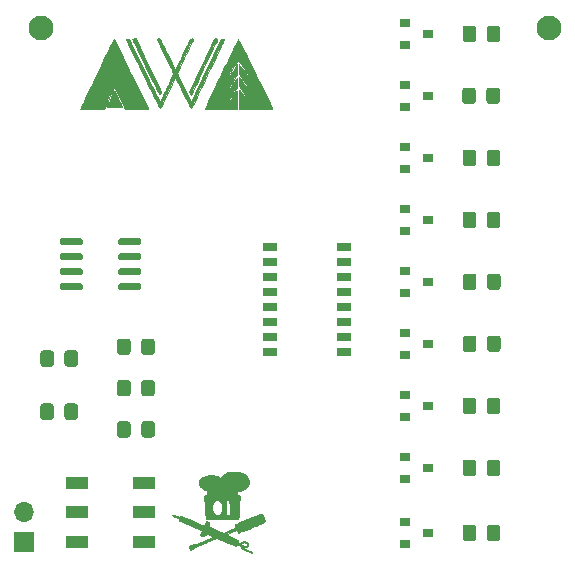
<source format=gbr>
%TF.GenerationSoftware,KiCad,Pcbnew,5.1.6*%
%TF.CreationDate,2020-08-15T15:01:39+02:00*%
%TF.ProjectId,UniBadge-9x9,556e6942-6164-4676-952d-3978392e6b69,rev?*%
%TF.SameCoordinates,Original*%
%TF.FileFunction,Soldermask,Bot*%
%TF.FilePolarity,Negative*%
%FSLAX46Y46*%
G04 Gerber Fmt 4.6, Leading zero omitted, Abs format (unit mm)*
G04 Created by KiCad (PCBNEW 5.1.6) date 2020-08-15 15:01:39*
%MOMM*%
%LPD*%
G01*
G04 APERTURE LIST*
%ADD10C,0.010000*%
%ADD11R,1.300000X0.800000*%
%ADD12R,1.950000X1.100000*%
%ADD13C,2.100000*%
%ADD14R,0.900000X0.800000*%
%ADD15O,1.700000X1.700000*%
%ADD16R,1.700000X1.700000*%
G04 APERTURE END LIST*
D10*
%TO.C,G\u002A\u002A\u002A*%
G36*
X14618670Y-44723944D02*
G01*
X14598030Y-44728138D01*
X14591057Y-44738148D01*
X14591011Y-44748022D01*
X14597386Y-44767742D01*
X14614736Y-44788551D01*
X14645320Y-44811819D01*
X14691397Y-44838918D01*
X14755229Y-44871220D01*
X14839076Y-44910097D01*
X14909773Y-44941468D01*
X14993837Y-44978787D01*
X15056757Y-45007962D01*
X15100999Y-45030321D01*
X15129030Y-45047189D01*
X15143315Y-45059893D01*
X15146467Y-45068766D01*
X15142695Y-45096492D01*
X15136271Y-45133535D01*
X15135623Y-45136920D01*
X15133249Y-45176400D01*
X15145432Y-45201001D01*
X15159723Y-45208843D01*
X15195588Y-45226015D01*
X15251261Y-45251727D01*
X15324977Y-45285190D01*
X15414970Y-45325617D01*
X15519474Y-45372218D01*
X15636724Y-45424205D01*
X15764954Y-45480789D01*
X15902398Y-45541182D01*
X16047291Y-45604595D01*
X16125774Y-45638843D01*
X16273344Y-45703288D01*
X16414014Y-45764945D01*
X16546062Y-45823048D01*
X16667767Y-45876827D01*
X16777406Y-45925514D01*
X16873259Y-45968342D01*
X16953603Y-46004542D01*
X17016717Y-46033346D01*
X17060879Y-46053986D01*
X17084368Y-46065695D01*
X17087850Y-46068045D01*
X17083152Y-46082621D01*
X17069983Y-46116190D01*
X17050100Y-46164455D01*
X17025256Y-46223116D01*
X17011322Y-46255467D01*
X16979509Y-46329963D01*
X16958325Y-46385170D01*
X16948101Y-46425060D01*
X16949172Y-46453605D01*
X16961869Y-46474779D01*
X16986527Y-46492554D01*
X17023478Y-46510902D01*
X17033109Y-46515328D01*
X17095332Y-46541949D01*
X17140086Y-46554962D01*
X17171862Y-46553596D01*
X17195151Y-46537084D01*
X17214443Y-46504657D01*
X17223808Y-46482698D01*
X17239381Y-46451116D01*
X17254518Y-46431526D01*
X17257790Y-46429506D01*
X17276042Y-46425656D01*
X17313577Y-46419774D01*
X17364410Y-46412750D01*
X17407226Y-46407319D01*
X17541660Y-46390889D01*
X17750550Y-46471043D01*
X17911888Y-46533549D01*
X18092303Y-46604520D01*
X18287555Y-46682252D01*
X18493405Y-46765041D01*
X18705614Y-46851184D01*
X18919940Y-46938976D01*
X19097797Y-47012455D01*
X19258202Y-47079041D01*
X19396743Y-47136593D01*
X19515094Y-47185722D01*
X19614929Y-47227040D01*
X19697924Y-47261155D01*
X19765752Y-47288678D01*
X19820089Y-47310221D01*
X19862609Y-47326393D01*
X19894987Y-47337805D01*
X19918897Y-47345067D01*
X19936014Y-47348790D01*
X19948013Y-47349583D01*
X19956568Y-47348059D01*
X19963354Y-47344826D01*
X19970046Y-47340496D01*
X19978318Y-47335679D01*
X19980987Y-47334398D01*
X20005814Y-47314283D01*
X20031105Y-47280531D01*
X20040240Y-47263856D01*
X20057504Y-47232320D01*
X20071512Y-47213907D01*
X20076291Y-47211756D01*
X20141943Y-47240429D01*
X20201735Y-47268781D01*
X20251569Y-47294650D01*
X20287347Y-47315871D01*
X20304972Y-47330284D01*
X20306109Y-47333058D01*
X20314231Y-47364825D01*
X20335667Y-47407802D01*
X20366027Y-47454933D01*
X20400918Y-47499165D01*
X20424926Y-47523926D01*
X20457417Y-47548262D01*
X20509945Y-47580798D01*
X20579112Y-47619839D01*
X20661522Y-47663688D01*
X20753777Y-47710649D01*
X20852479Y-47759026D01*
X20954232Y-47807123D01*
X21055638Y-47853243D01*
X21153300Y-47895691D01*
X21243821Y-47932771D01*
X21243946Y-47932821D01*
X21307702Y-47957951D01*
X21327179Y-47908367D01*
X21338602Y-47876856D01*
X21339201Y-47861037D01*
X21327911Y-47853110D01*
X21319247Y-47850221D01*
X21289861Y-47839217D01*
X21241374Y-47818954D01*
X21177627Y-47791167D01*
X21102459Y-47757589D01*
X21019711Y-47719955D01*
X20933222Y-47679999D01*
X20846832Y-47639455D01*
X20764381Y-47600057D01*
X20751277Y-47593717D01*
X20652999Y-47543864D01*
X20571964Y-47498151D01*
X20509704Y-47457607D01*
X20467747Y-47423262D01*
X20447625Y-47396146D01*
X20446019Y-47388197D01*
X20456885Y-47387025D01*
X20485548Y-47393686D01*
X20526110Y-47406763D01*
X20531692Y-47408766D01*
X20644468Y-47444985D01*
X20739412Y-47464728D01*
X20818264Y-47467768D01*
X20882763Y-47453882D01*
X20934649Y-47422844D01*
X20975660Y-47374429D01*
X20989760Y-47349455D01*
X21014282Y-47277109D01*
X21014654Y-47223744D01*
X20912896Y-47223744D01*
X20908597Y-47272941D01*
X20887209Y-47319034D01*
X20876755Y-47331819D01*
X20837158Y-47355421D01*
X20778878Y-47361924D01*
X20702062Y-47351332D01*
X20610574Y-47324932D01*
X20535402Y-47298776D01*
X20481260Y-47278684D01*
X20444992Y-47262837D01*
X20423441Y-47249417D01*
X20413451Y-47236605D01*
X20411866Y-47222585D01*
X20413920Y-47211667D01*
X20433819Y-47170614D01*
X20469930Y-47128354D01*
X20514835Y-47093097D01*
X20527829Y-47085673D01*
X20575088Y-47072009D01*
X20636619Y-47069532D01*
X20704258Y-47077439D01*
X20769840Y-47094928D01*
X20812332Y-47113615D01*
X20852397Y-47138876D01*
X20885299Y-47165668D01*
X20898724Y-47180947D01*
X20912896Y-47223744D01*
X21014654Y-47223744D01*
X21014766Y-47207742D01*
X20992585Y-47143149D01*
X20949113Y-47085126D01*
X20885721Y-47035468D01*
X20803784Y-46995971D01*
X20704673Y-46968429D01*
X20697320Y-46967031D01*
X20607419Y-46961856D01*
X20521817Y-46978443D01*
X20444694Y-47014685D01*
X20380232Y-47068473D01*
X20332612Y-47137701D01*
X20324787Y-47154851D01*
X20308357Y-47183486D01*
X20292517Y-47193330D01*
X20290280Y-47192795D01*
X20233147Y-47168825D01*
X20182526Y-47145787D01*
X20143147Y-47126006D01*
X20119740Y-47111806D01*
X20115323Y-47106803D01*
X20119977Y-47090197D01*
X20131855Y-47058871D01*
X20140761Y-47037456D01*
X20155802Y-46996516D01*
X20164931Y-46960384D01*
X20166200Y-46948077D01*
X20166292Y-46938822D01*
X20165869Y-46930173D01*
X20163879Y-46921598D01*
X20159272Y-46912563D01*
X20150998Y-46902535D01*
X20138004Y-46890980D01*
X20119242Y-46877366D01*
X20093659Y-46861159D01*
X20060205Y-46841826D01*
X20017830Y-46818833D01*
X19965483Y-46791647D01*
X19902112Y-46759735D01*
X19826667Y-46722563D01*
X19738098Y-46679599D01*
X19635354Y-46630308D01*
X19517384Y-46574158D01*
X19383136Y-46510616D01*
X19231562Y-46439147D01*
X19061608Y-46359219D01*
X18872226Y-46270299D01*
X18662364Y-46171852D01*
X18430972Y-46063347D01*
X18326842Y-46014519D01*
X17803909Y-45769303D01*
X17725866Y-45655923D01*
X17693887Y-45607742D01*
X17668249Y-45565838D01*
X17652007Y-45535408D01*
X17647822Y-45523043D01*
X17653414Y-45498770D01*
X17666971Y-45466535D01*
X17667936Y-45464648D01*
X17682349Y-45426651D01*
X17679697Y-45396086D01*
X17657742Y-45369307D01*
X17614245Y-45342670D01*
X17584323Y-45328536D01*
X17525707Y-45304060D01*
X17484636Y-45291777D01*
X17456700Y-45291036D01*
X17437488Y-45301184D01*
X17432845Y-45306158D01*
X17422680Y-45323670D01*
X17404658Y-45359852D01*
X17381015Y-45410026D01*
X17353986Y-45469511D01*
X17343212Y-45493764D01*
X17315928Y-45553565D01*
X17291321Y-45603770D01*
X17271499Y-45640353D01*
X17258571Y-45659288D01*
X17255632Y-45660997D01*
X17241686Y-45655460D01*
X17206887Y-45640759D01*
X17153678Y-45617952D01*
X17084503Y-45588095D01*
X17001803Y-45552243D01*
X16908022Y-45511452D01*
X16805602Y-45466779D01*
X16736372Y-45436518D01*
X16524969Y-45344030D01*
X16335635Y-45261206D01*
X16167126Y-45187525D01*
X16018201Y-45122467D01*
X15887615Y-45065512D01*
X15774127Y-45016141D01*
X15676493Y-44973834D01*
X15593471Y-44938071D01*
X15523818Y-44908332D01*
X15466291Y-44884097D01*
X15419648Y-44864847D01*
X15382645Y-44850062D01*
X15354041Y-44839221D01*
X15332591Y-44831806D01*
X15317054Y-44827296D01*
X15306187Y-44825172D01*
X15298746Y-44824913D01*
X15293489Y-44826000D01*
X15289174Y-44827913D01*
X15285566Y-44829688D01*
X15260471Y-44850465D01*
X15238857Y-44883186D01*
X15236725Y-44887960D01*
X15222260Y-44916661D01*
X15209822Y-44931767D01*
X15207721Y-44932448D01*
X15193418Y-44927501D01*
X15159573Y-44913700D01*
X15109851Y-44892603D01*
X15047917Y-44865770D01*
X14977438Y-44834760D01*
X14963049Y-44828376D01*
X14879156Y-44791533D01*
X14814284Y-44764260D01*
X14764486Y-44745193D01*
X14725812Y-44732971D01*
X14694314Y-44726233D01*
X14666045Y-44723616D01*
X14658839Y-44723444D01*
X14618670Y-44723944D01*
G37*
X14618670Y-44723944D02*
X14598030Y-44728138D01*
X14591057Y-44738148D01*
X14591011Y-44748022D01*
X14597386Y-44767742D01*
X14614736Y-44788551D01*
X14645320Y-44811819D01*
X14691397Y-44838918D01*
X14755229Y-44871220D01*
X14839076Y-44910097D01*
X14909773Y-44941468D01*
X14993837Y-44978787D01*
X15056757Y-45007962D01*
X15100999Y-45030321D01*
X15129030Y-45047189D01*
X15143315Y-45059893D01*
X15146467Y-45068766D01*
X15142695Y-45096492D01*
X15136271Y-45133535D01*
X15135623Y-45136920D01*
X15133249Y-45176400D01*
X15145432Y-45201001D01*
X15159723Y-45208843D01*
X15195588Y-45226015D01*
X15251261Y-45251727D01*
X15324977Y-45285190D01*
X15414970Y-45325617D01*
X15519474Y-45372218D01*
X15636724Y-45424205D01*
X15764954Y-45480789D01*
X15902398Y-45541182D01*
X16047291Y-45604595D01*
X16125774Y-45638843D01*
X16273344Y-45703288D01*
X16414014Y-45764945D01*
X16546062Y-45823048D01*
X16667767Y-45876827D01*
X16777406Y-45925514D01*
X16873259Y-45968342D01*
X16953603Y-46004542D01*
X17016717Y-46033346D01*
X17060879Y-46053986D01*
X17084368Y-46065695D01*
X17087850Y-46068045D01*
X17083152Y-46082621D01*
X17069983Y-46116190D01*
X17050100Y-46164455D01*
X17025256Y-46223116D01*
X17011322Y-46255467D01*
X16979509Y-46329963D01*
X16958325Y-46385170D01*
X16948101Y-46425060D01*
X16949172Y-46453605D01*
X16961869Y-46474779D01*
X16986527Y-46492554D01*
X17023478Y-46510902D01*
X17033109Y-46515328D01*
X17095332Y-46541949D01*
X17140086Y-46554962D01*
X17171862Y-46553596D01*
X17195151Y-46537084D01*
X17214443Y-46504657D01*
X17223808Y-46482698D01*
X17239381Y-46451116D01*
X17254518Y-46431526D01*
X17257790Y-46429506D01*
X17276042Y-46425656D01*
X17313577Y-46419774D01*
X17364410Y-46412750D01*
X17407226Y-46407319D01*
X17541660Y-46390889D01*
X17750550Y-46471043D01*
X17911888Y-46533549D01*
X18092303Y-46604520D01*
X18287555Y-46682252D01*
X18493405Y-46765041D01*
X18705614Y-46851184D01*
X18919940Y-46938976D01*
X19097797Y-47012455D01*
X19258202Y-47079041D01*
X19396743Y-47136593D01*
X19515094Y-47185722D01*
X19614929Y-47227040D01*
X19697924Y-47261155D01*
X19765752Y-47288678D01*
X19820089Y-47310221D01*
X19862609Y-47326393D01*
X19894987Y-47337805D01*
X19918897Y-47345067D01*
X19936014Y-47348790D01*
X19948013Y-47349583D01*
X19956568Y-47348059D01*
X19963354Y-47344826D01*
X19970046Y-47340496D01*
X19978318Y-47335679D01*
X19980987Y-47334398D01*
X20005814Y-47314283D01*
X20031105Y-47280531D01*
X20040240Y-47263856D01*
X20057504Y-47232320D01*
X20071512Y-47213907D01*
X20076291Y-47211756D01*
X20141943Y-47240429D01*
X20201735Y-47268781D01*
X20251569Y-47294650D01*
X20287347Y-47315871D01*
X20304972Y-47330284D01*
X20306109Y-47333058D01*
X20314231Y-47364825D01*
X20335667Y-47407802D01*
X20366027Y-47454933D01*
X20400918Y-47499165D01*
X20424926Y-47523926D01*
X20457417Y-47548262D01*
X20509945Y-47580798D01*
X20579112Y-47619839D01*
X20661522Y-47663688D01*
X20753777Y-47710649D01*
X20852479Y-47759026D01*
X20954232Y-47807123D01*
X21055638Y-47853243D01*
X21153300Y-47895691D01*
X21243821Y-47932771D01*
X21243946Y-47932821D01*
X21307702Y-47957951D01*
X21327179Y-47908367D01*
X21338602Y-47876856D01*
X21339201Y-47861037D01*
X21327911Y-47853110D01*
X21319247Y-47850221D01*
X21289861Y-47839217D01*
X21241374Y-47818954D01*
X21177627Y-47791167D01*
X21102459Y-47757589D01*
X21019711Y-47719955D01*
X20933222Y-47679999D01*
X20846832Y-47639455D01*
X20764381Y-47600057D01*
X20751277Y-47593717D01*
X20652999Y-47543864D01*
X20571964Y-47498151D01*
X20509704Y-47457607D01*
X20467747Y-47423262D01*
X20447625Y-47396146D01*
X20446019Y-47388197D01*
X20456885Y-47387025D01*
X20485548Y-47393686D01*
X20526110Y-47406763D01*
X20531692Y-47408766D01*
X20644468Y-47444985D01*
X20739412Y-47464728D01*
X20818264Y-47467768D01*
X20882763Y-47453882D01*
X20934649Y-47422844D01*
X20975660Y-47374429D01*
X20989760Y-47349455D01*
X21014282Y-47277109D01*
X21014654Y-47223744D01*
X20912896Y-47223744D01*
X20908597Y-47272941D01*
X20887209Y-47319034D01*
X20876755Y-47331819D01*
X20837158Y-47355421D01*
X20778878Y-47361924D01*
X20702062Y-47351332D01*
X20610574Y-47324932D01*
X20535402Y-47298776D01*
X20481260Y-47278684D01*
X20444992Y-47262837D01*
X20423441Y-47249417D01*
X20413451Y-47236605D01*
X20411866Y-47222585D01*
X20413920Y-47211667D01*
X20433819Y-47170614D01*
X20469930Y-47128354D01*
X20514835Y-47093097D01*
X20527829Y-47085673D01*
X20575088Y-47072009D01*
X20636619Y-47069532D01*
X20704258Y-47077439D01*
X20769840Y-47094928D01*
X20812332Y-47113615D01*
X20852397Y-47138876D01*
X20885299Y-47165668D01*
X20898724Y-47180947D01*
X20912896Y-47223744D01*
X21014654Y-47223744D01*
X21014766Y-47207742D01*
X20992585Y-47143149D01*
X20949113Y-47085126D01*
X20885721Y-47035468D01*
X20803784Y-46995971D01*
X20704673Y-46968429D01*
X20697320Y-46967031D01*
X20607419Y-46961856D01*
X20521817Y-46978443D01*
X20444694Y-47014685D01*
X20380232Y-47068473D01*
X20332612Y-47137701D01*
X20324787Y-47154851D01*
X20308357Y-47183486D01*
X20292517Y-47193330D01*
X20290280Y-47192795D01*
X20233147Y-47168825D01*
X20182526Y-47145787D01*
X20143147Y-47126006D01*
X20119740Y-47111806D01*
X20115323Y-47106803D01*
X20119977Y-47090197D01*
X20131855Y-47058871D01*
X20140761Y-47037456D01*
X20155802Y-46996516D01*
X20164931Y-46960384D01*
X20166200Y-46948077D01*
X20166292Y-46938822D01*
X20165869Y-46930173D01*
X20163879Y-46921598D01*
X20159272Y-46912563D01*
X20150998Y-46902535D01*
X20138004Y-46890980D01*
X20119242Y-46877366D01*
X20093659Y-46861159D01*
X20060205Y-46841826D01*
X20017830Y-46818833D01*
X19965483Y-46791647D01*
X19902112Y-46759735D01*
X19826667Y-46722563D01*
X19738098Y-46679599D01*
X19635354Y-46630308D01*
X19517384Y-46574158D01*
X19383136Y-46510616D01*
X19231562Y-46439147D01*
X19061608Y-46359219D01*
X18872226Y-46270299D01*
X18662364Y-46171852D01*
X18430972Y-46063347D01*
X18326842Y-46014519D01*
X17803909Y-45769303D01*
X17725866Y-45655923D01*
X17693887Y-45607742D01*
X17668249Y-45565838D01*
X17652007Y-45535408D01*
X17647822Y-45523043D01*
X17653414Y-45498770D01*
X17666971Y-45466535D01*
X17667936Y-45464648D01*
X17682349Y-45426651D01*
X17679697Y-45396086D01*
X17657742Y-45369307D01*
X17614245Y-45342670D01*
X17584323Y-45328536D01*
X17525707Y-45304060D01*
X17484636Y-45291777D01*
X17456700Y-45291036D01*
X17437488Y-45301184D01*
X17432845Y-45306158D01*
X17422680Y-45323670D01*
X17404658Y-45359852D01*
X17381015Y-45410026D01*
X17353986Y-45469511D01*
X17343212Y-45493764D01*
X17315928Y-45553565D01*
X17291321Y-45603770D01*
X17271499Y-45640353D01*
X17258571Y-45659288D01*
X17255632Y-45660997D01*
X17241686Y-45655460D01*
X17206887Y-45640759D01*
X17153678Y-45617952D01*
X17084503Y-45588095D01*
X17001803Y-45552243D01*
X16908022Y-45511452D01*
X16805602Y-45466779D01*
X16736372Y-45436518D01*
X16524969Y-45344030D01*
X16335635Y-45261206D01*
X16167126Y-45187525D01*
X16018201Y-45122467D01*
X15887615Y-45065512D01*
X15774127Y-45016141D01*
X15676493Y-44973834D01*
X15593471Y-44938071D01*
X15523818Y-44908332D01*
X15466291Y-44884097D01*
X15419648Y-44864847D01*
X15382645Y-44850062D01*
X15354041Y-44839221D01*
X15332591Y-44831806D01*
X15317054Y-44827296D01*
X15306187Y-44825172D01*
X15298746Y-44824913D01*
X15293489Y-44826000D01*
X15289174Y-44827913D01*
X15285566Y-44829688D01*
X15260471Y-44850465D01*
X15238857Y-44883186D01*
X15236725Y-44887960D01*
X15222260Y-44916661D01*
X15209822Y-44931767D01*
X15207721Y-44932448D01*
X15193418Y-44927501D01*
X15159573Y-44913700D01*
X15109851Y-44892603D01*
X15047917Y-44865770D01*
X14977438Y-44834760D01*
X14963049Y-44828376D01*
X14879156Y-44791533D01*
X14814284Y-44764260D01*
X14764486Y-44745193D01*
X14725812Y-44732971D01*
X14694314Y-44726233D01*
X14666045Y-44723616D01*
X14658839Y-44723444D01*
X14618670Y-44723944D01*
G36*
X17932759Y-46649986D02*
G01*
X17897452Y-46663537D01*
X17842748Y-46685106D01*
X17770712Y-46713864D01*
X17683408Y-46748980D01*
X17582901Y-46789623D01*
X17471255Y-46834964D01*
X17350533Y-46884171D01*
X17222800Y-46936414D01*
X17214187Y-46939943D01*
X17065547Y-47000805D01*
X16938479Y-47052680D01*
X16831039Y-47096284D01*
X16741283Y-47132332D01*
X16667269Y-47161538D01*
X16607053Y-47184620D01*
X16558690Y-47202292D01*
X16520238Y-47215269D01*
X16489754Y-47224268D01*
X16465293Y-47230003D01*
X16444912Y-47233191D01*
X16426668Y-47234546D01*
X16413256Y-47234790D01*
X16353097Y-47238146D01*
X16288135Y-47246538D01*
X16253606Y-47253323D01*
X16210830Y-47265089D01*
X16158341Y-47281945D01*
X16102263Y-47301619D01*
X16048718Y-47321836D01*
X16003832Y-47340322D01*
X15973727Y-47354802D01*
X15965659Y-47360264D01*
X15967148Y-47374129D01*
X15976544Y-47406143D01*
X15991835Y-47451028D01*
X16011007Y-47503509D01*
X16032048Y-47558309D01*
X16052945Y-47610151D01*
X16071685Y-47653761D01*
X16086255Y-47683861D01*
X16093068Y-47694239D01*
X16107695Y-47692931D01*
X16140382Y-47682553D01*
X16186174Y-47664866D01*
X16236004Y-47643478D01*
X16347148Y-47589638D01*
X16435686Y-47537526D01*
X16504226Y-47485501D01*
X16535628Y-47454953D01*
X16546562Y-47445235D01*
X16563632Y-47433728D01*
X16588481Y-47419707D01*
X16622751Y-47402447D01*
X16668082Y-47381223D01*
X16726119Y-47355311D01*
X16798501Y-47323986D01*
X16886872Y-47286522D01*
X16992874Y-47242195D01*
X17118147Y-47190280D01*
X17264335Y-47130052D01*
X17368728Y-47087178D01*
X17503875Y-47031737D01*
X17632487Y-46978997D01*
X17752566Y-46929776D01*
X17862118Y-46884892D01*
X17959144Y-46845162D01*
X18041650Y-46811404D01*
X18107637Y-46784435D01*
X18155110Y-46765071D01*
X18182072Y-46754132D01*
X18187296Y-46752054D01*
X18192784Y-46745620D01*
X18181308Y-46735490D01*
X18150600Y-46720366D01*
X18098391Y-46698953D01*
X18085800Y-46694046D01*
X18032700Y-46673935D01*
X17987975Y-46657857D01*
X17957185Y-46647760D01*
X17946607Y-46645284D01*
X17932759Y-46649986D01*
G37*
X17932759Y-46649986D02*
X17897452Y-46663537D01*
X17842748Y-46685106D01*
X17770712Y-46713864D01*
X17683408Y-46748980D01*
X17582901Y-46789623D01*
X17471255Y-46834964D01*
X17350533Y-46884171D01*
X17222800Y-46936414D01*
X17214187Y-46939943D01*
X17065547Y-47000805D01*
X16938479Y-47052680D01*
X16831039Y-47096284D01*
X16741283Y-47132332D01*
X16667269Y-47161538D01*
X16607053Y-47184620D01*
X16558690Y-47202292D01*
X16520238Y-47215269D01*
X16489754Y-47224268D01*
X16465293Y-47230003D01*
X16444912Y-47233191D01*
X16426668Y-47234546D01*
X16413256Y-47234790D01*
X16353097Y-47238146D01*
X16288135Y-47246538D01*
X16253606Y-47253323D01*
X16210830Y-47265089D01*
X16158341Y-47281945D01*
X16102263Y-47301619D01*
X16048718Y-47321836D01*
X16003832Y-47340322D01*
X15973727Y-47354802D01*
X15965659Y-47360264D01*
X15967148Y-47374129D01*
X15976544Y-47406143D01*
X15991835Y-47451028D01*
X16011007Y-47503509D01*
X16032048Y-47558309D01*
X16052945Y-47610151D01*
X16071685Y-47653761D01*
X16086255Y-47683861D01*
X16093068Y-47694239D01*
X16107695Y-47692931D01*
X16140382Y-47682553D01*
X16186174Y-47664866D01*
X16236004Y-47643478D01*
X16347148Y-47589638D01*
X16435686Y-47537526D01*
X16504226Y-47485501D01*
X16535628Y-47454953D01*
X16546562Y-47445235D01*
X16563632Y-47433728D01*
X16588481Y-47419707D01*
X16622751Y-47402447D01*
X16668082Y-47381223D01*
X16726119Y-47355311D01*
X16798501Y-47323986D01*
X16886872Y-47286522D01*
X16992874Y-47242195D01*
X17118147Y-47190280D01*
X17264335Y-47130052D01*
X17368728Y-47087178D01*
X17503875Y-47031737D01*
X17632487Y-46978997D01*
X17752566Y-46929776D01*
X17862118Y-46884892D01*
X17959144Y-46845162D01*
X18041650Y-46811404D01*
X18107637Y-46784435D01*
X18155110Y-46765071D01*
X18182072Y-46754132D01*
X18187296Y-46752054D01*
X18192784Y-46745620D01*
X18181308Y-46735490D01*
X18150600Y-46720366D01*
X18098391Y-46698953D01*
X18085800Y-46694046D01*
X18032700Y-46673935D01*
X17987975Y-46657857D01*
X17957185Y-46647760D01*
X17946607Y-46645284D01*
X17932759Y-46649986D01*
G36*
X22034632Y-44654347D02*
G01*
X22015397Y-44656387D01*
X21992455Y-44661071D01*
X21963629Y-44669168D01*
X21926736Y-44681447D01*
X21879596Y-44698677D01*
X21820029Y-44721626D01*
X21745856Y-44751065D01*
X21654895Y-44787761D01*
X21544966Y-44832484D01*
X21413888Y-44886003D01*
X21399914Y-44891713D01*
X21270739Y-44944486D01*
X21137794Y-44998785D01*
X21005127Y-45052957D01*
X20876786Y-45105349D01*
X20756819Y-45154310D01*
X20649274Y-45198188D01*
X20558200Y-45235328D01*
X20503255Y-45257721D01*
X20420127Y-45291795D01*
X20344383Y-45323239D01*
X20279348Y-45350640D01*
X20228345Y-45372586D01*
X20194697Y-45387667D01*
X20182098Y-45394126D01*
X20168217Y-45416336D01*
X20166200Y-45428919D01*
X20155977Y-45453134D01*
X20130852Y-45480621D01*
X20099137Y-45504256D01*
X20069145Y-45516913D01*
X20062839Y-45517526D01*
X20033980Y-45511783D01*
X20000105Y-45498061D01*
X19965902Y-45485909D01*
X19938674Y-45491344D01*
X19937433Y-45491993D01*
X19904226Y-45520272D01*
X19888893Y-45561115D01*
X19891334Y-45616251D01*
X19911448Y-45687409D01*
X19924171Y-45720144D01*
X19961962Y-45811788D01*
X19895553Y-45840658D01*
X19868503Y-45852086D01*
X19821032Y-45871780D01*
X19756290Y-45898448D01*
X19677429Y-45930797D01*
X19587602Y-45967533D01*
X19489960Y-46007364D01*
X19393841Y-46046481D01*
X19295110Y-46086806D01*
X19204209Y-46124298D01*
X19123741Y-46157857D01*
X19056309Y-46186380D01*
X19004515Y-46208767D01*
X18970963Y-46223916D01*
X18958255Y-46230724D01*
X18958212Y-46230838D01*
X18968990Y-46238624D01*
X18998322Y-46253730D01*
X19041270Y-46273720D01*
X19076143Y-46289037D01*
X19194400Y-46339832D01*
X19607165Y-46170351D01*
X19703528Y-46130987D01*
X19792471Y-46095045D01*
X19871252Y-46063603D01*
X19937134Y-46037736D01*
X19987375Y-46018522D01*
X20019235Y-46007038D01*
X20029867Y-46004172D01*
X20039125Y-46016594D01*
X20055229Y-46046866D01*
X20075259Y-46089347D01*
X20083113Y-46107101D01*
X20105735Y-46155093D01*
X20127822Y-46195141D01*
X20145524Y-46220447D01*
X20149490Y-46224215D01*
X20181015Y-46238528D01*
X20217836Y-46242404D01*
X20251899Y-46236816D01*
X20275147Y-46222736D01*
X20280671Y-46208377D01*
X20289108Y-46188115D01*
X20310124Y-46160637D01*
X20317850Y-46152502D01*
X20361514Y-46122345D01*
X20409014Y-46116903D01*
X20450970Y-46129714D01*
X20455761Y-46132398D01*
X20459676Y-46134902D01*
X20464111Y-46136687D01*
X20470461Y-46137216D01*
X20480123Y-46135949D01*
X20494492Y-46132348D01*
X20514963Y-46125874D01*
X20542932Y-46115989D01*
X20579795Y-46102155D01*
X20626948Y-46083832D01*
X20685786Y-46060483D01*
X20757705Y-46031569D01*
X20844100Y-45996551D01*
X20946367Y-45954890D01*
X21065902Y-45906049D01*
X21204101Y-45849489D01*
X21362358Y-45784670D01*
X21542071Y-45711056D01*
X21641314Y-45670411D01*
X21807351Y-45602079D01*
X21949984Y-45542647D01*
X22069580Y-45491955D01*
X22166505Y-45449842D01*
X22241124Y-45416148D01*
X22293806Y-45390712D01*
X22324915Y-45373374D01*
X22332489Y-45367696D01*
X22367607Y-45326497D01*
X22396222Y-45278700D01*
X22413587Y-45233221D01*
X22413675Y-45232533D01*
X22143681Y-45232533D01*
X22138011Y-45249853D01*
X22124796Y-45257344D01*
X22090241Y-45273403D01*
X22036602Y-45297101D01*
X21966139Y-45327510D01*
X21881108Y-45363700D01*
X21783769Y-45404744D01*
X21676379Y-45449714D01*
X21561196Y-45497680D01*
X21440479Y-45547713D01*
X21316485Y-45598887D01*
X21191474Y-45650271D01*
X21067701Y-45700939D01*
X20947427Y-45749960D01*
X20832908Y-45796406D01*
X20726404Y-45839350D01*
X20630172Y-45877862D01*
X20546469Y-45911015D01*
X20477555Y-45937879D01*
X20425688Y-45957526D01*
X20393125Y-45969027D01*
X20382424Y-45971731D01*
X20367479Y-45958174D01*
X20363345Y-45938142D01*
X20364527Y-45931871D01*
X20369120Y-45924980D01*
X20378699Y-45916770D01*
X20394839Y-45906541D01*
X20419113Y-45893593D01*
X20453096Y-45877226D01*
X20498362Y-45856740D01*
X20556485Y-45831435D01*
X20629040Y-45800611D01*
X20717601Y-45763569D01*
X20823741Y-45719608D01*
X20949035Y-45668028D01*
X21095058Y-45608130D01*
X21228243Y-45553594D01*
X21369204Y-45496015D01*
X21503585Y-45441344D01*
X21629489Y-45390339D01*
X21745021Y-45343758D01*
X21848284Y-45302357D01*
X21937382Y-45266896D01*
X22010420Y-45238132D01*
X22065502Y-45216822D01*
X22100730Y-45203725D01*
X22114038Y-45199579D01*
X22136296Y-45209522D01*
X22143681Y-45232533D01*
X22413675Y-45232533D01*
X22416611Y-45209595D01*
X22411582Y-45189215D01*
X22398074Y-45149551D01*
X22377625Y-45094706D01*
X22351767Y-45028780D01*
X22322038Y-44955876D01*
X22320589Y-44952393D01*
X22201252Y-44952393D01*
X22193749Y-44977276D01*
X22172614Y-44981982D01*
X22139908Y-44966357D01*
X22128408Y-44957887D01*
X22087516Y-44938180D01*
X22048476Y-44932448D01*
X22034299Y-44934594D01*
X22009943Y-44941300D01*
X21974393Y-44952967D01*
X21926633Y-44969999D01*
X21865647Y-44992797D01*
X21790418Y-45021763D01*
X21699931Y-45057300D01*
X21593170Y-45099810D01*
X21469119Y-45149696D01*
X21326763Y-45207358D01*
X21165084Y-45273200D01*
X20983068Y-45347624D01*
X20779698Y-45431032D01*
X20553958Y-45523826D01*
X20535053Y-45531605D01*
X20456420Y-45563509D01*
X20384979Y-45591637D01*
X20324287Y-45614656D01*
X20277905Y-45631234D01*
X20249393Y-45640039D01*
X20242514Y-45641072D01*
X20227579Y-45627514D01*
X20223435Y-45607632D01*
X20224812Y-45599991D01*
X20230250Y-45591872D01*
X20241716Y-45582362D01*
X20261173Y-45570547D01*
X20290588Y-45555515D01*
X20331923Y-45536352D01*
X20387145Y-45512146D01*
X20458218Y-45481984D01*
X20547107Y-45444951D01*
X20655777Y-45400135D01*
X20776715Y-45350507D01*
X20972464Y-45270297D01*
X21146092Y-45199203D01*
X21299013Y-45136683D01*
X21432642Y-45082197D01*
X21548391Y-45035202D01*
X21647675Y-44995158D01*
X21731906Y-44961523D01*
X21802500Y-44933757D01*
X21860868Y-44911318D01*
X21908426Y-44893665D01*
X21946586Y-44880256D01*
X21976763Y-44870552D01*
X22000370Y-44864009D01*
X22018820Y-44860088D01*
X22033528Y-44858246D01*
X22045906Y-44857943D01*
X22057369Y-44858638D01*
X22060707Y-44858947D01*
X22115804Y-44870964D01*
X22161178Y-44893442D01*
X22191426Y-44922790D01*
X22201252Y-44952393D01*
X22320589Y-44952393D01*
X22318038Y-44946265D01*
X22280443Y-44857252D01*
X22249773Y-44789021D01*
X22223590Y-44738703D01*
X22199456Y-44703430D01*
X22174932Y-44680330D01*
X22147582Y-44666534D01*
X22114968Y-44659173D01*
X22074651Y-44655377D01*
X22070708Y-44655121D01*
X22052343Y-44654181D01*
X22034632Y-44654347D01*
G37*
X22034632Y-44654347D02*
X22015397Y-44656387D01*
X21992455Y-44661071D01*
X21963629Y-44669168D01*
X21926736Y-44681447D01*
X21879596Y-44698677D01*
X21820029Y-44721626D01*
X21745856Y-44751065D01*
X21654895Y-44787761D01*
X21544966Y-44832484D01*
X21413888Y-44886003D01*
X21399914Y-44891713D01*
X21270739Y-44944486D01*
X21137794Y-44998785D01*
X21005127Y-45052957D01*
X20876786Y-45105349D01*
X20756819Y-45154310D01*
X20649274Y-45198188D01*
X20558200Y-45235328D01*
X20503255Y-45257721D01*
X20420127Y-45291795D01*
X20344383Y-45323239D01*
X20279348Y-45350640D01*
X20228345Y-45372586D01*
X20194697Y-45387667D01*
X20182098Y-45394126D01*
X20168217Y-45416336D01*
X20166200Y-45428919D01*
X20155977Y-45453134D01*
X20130852Y-45480621D01*
X20099137Y-45504256D01*
X20069145Y-45516913D01*
X20062839Y-45517526D01*
X20033980Y-45511783D01*
X20000105Y-45498061D01*
X19965902Y-45485909D01*
X19938674Y-45491344D01*
X19937433Y-45491993D01*
X19904226Y-45520272D01*
X19888893Y-45561115D01*
X19891334Y-45616251D01*
X19911448Y-45687409D01*
X19924171Y-45720144D01*
X19961962Y-45811788D01*
X19895553Y-45840658D01*
X19868503Y-45852086D01*
X19821032Y-45871780D01*
X19756290Y-45898448D01*
X19677429Y-45930797D01*
X19587602Y-45967533D01*
X19489960Y-46007364D01*
X19393841Y-46046481D01*
X19295110Y-46086806D01*
X19204209Y-46124298D01*
X19123741Y-46157857D01*
X19056309Y-46186380D01*
X19004515Y-46208767D01*
X18970963Y-46223916D01*
X18958255Y-46230724D01*
X18958212Y-46230838D01*
X18968990Y-46238624D01*
X18998322Y-46253730D01*
X19041270Y-46273720D01*
X19076143Y-46289037D01*
X19194400Y-46339832D01*
X19607165Y-46170351D01*
X19703528Y-46130987D01*
X19792471Y-46095045D01*
X19871252Y-46063603D01*
X19937134Y-46037736D01*
X19987375Y-46018522D01*
X20019235Y-46007038D01*
X20029867Y-46004172D01*
X20039125Y-46016594D01*
X20055229Y-46046866D01*
X20075259Y-46089347D01*
X20083113Y-46107101D01*
X20105735Y-46155093D01*
X20127822Y-46195141D01*
X20145524Y-46220447D01*
X20149490Y-46224215D01*
X20181015Y-46238528D01*
X20217836Y-46242404D01*
X20251899Y-46236816D01*
X20275147Y-46222736D01*
X20280671Y-46208377D01*
X20289108Y-46188115D01*
X20310124Y-46160637D01*
X20317850Y-46152502D01*
X20361514Y-46122345D01*
X20409014Y-46116903D01*
X20450970Y-46129714D01*
X20455761Y-46132398D01*
X20459676Y-46134902D01*
X20464111Y-46136687D01*
X20470461Y-46137216D01*
X20480123Y-46135949D01*
X20494492Y-46132348D01*
X20514963Y-46125874D01*
X20542932Y-46115989D01*
X20579795Y-46102155D01*
X20626948Y-46083832D01*
X20685786Y-46060483D01*
X20757705Y-46031569D01*
X20844100Y-45996551D01*
X20946367Y-45954890D01*
X21065902Y-45906049D01*
X21204101Y-45849489D01*
X21362358Y-45784670D01*
X21542071Y-45711056D01*
X21641314Y-45670411D01*
X21807351Y-45602079D01*
X21949984Y-45542647D01*
X22069580Y-45491955D01*
X22166505Y-45449842D01*
X22241124Y-45416148D01*
X22293806Y-45390712D01*
X22324915Y-45373374D01*
X22332489Y-45367696D01*
X22367607Y-45326497D01*
X22396222Y-45278700D01*
X22413587Y-45233221D01*
X22413675Y-45232533D01*
X22143681Y-45232533D01*
X22138011Y-45249853D01*
X22124796Y-45257344D01*
X22090241Y-45273403D01*
X22036602Y-45297101D01*
X21966139Y-45327510D01*
X21881108Y-45363700D01*
X21783769Y-45404744D01*
X21676379Y-45449714D01*
X21561196Y-45497680D01*
X21440479Y-45547713D01*
X21316485Y-45598887D01*
X21191474Y-45650271D01*
X21067701Y-45700939D01*
X20947427Y-45749960D01*
X20832908Y-45796406D01*
X20726404Y-45839350D01*
X20630172Y-45877862D01*
X20546469Y-45911015D01*
X20477555Y-45937879D01*
X20425688Y-45957526D01*
X20393125Y-45969027D01*
X20382424Y-45971731D01*
X20367479Y-45958174D01*
X20363345Y-45938142D01*
X20364527Y-45931871D01*
X20369120Y-45924980D01*
X20378699Y-45916770D01*
X20394839Y-45906541D01*
X20419113Y-45893593D01*
X20453096Y-45877226D01*
X20498362Y-45856740D01*
X20556485Y-45831435D01*
X20629040Y-45800611D01*
X20717601Y-45763569D01*
X20823741Y-45719608D01*
X20949035Y-45668028D01*
X21095058Y-45608130D01*
X21228243Y-45553594D01*
X21369204Y-45496015D01*
X21503585Y-45441344D01*
X21629489Y-45390339D01*
X21745021Y-45343758D01*
X21848284Y-45302357D01*
X21937382Y-45266896D01*
X22010420Y-45238132D01*
X22065502Y-45216822D01*
X22100730Y-45203725D01*
X22114038Y-45199579D01*
X22136296Y-45209522D01*
X22143681Y-45232533D01*
X22413675Y-45232533D01*
X22416611Y-45209595D01*
X22411582Y-45189215D01*
X22398074Y-45149551D01*
X22377625Y-45094706D01*
X22351767Y-45028780D01*
X22322038Y-44955876D01*
X22320589Y-44952393D01*
X22201252Y-44952393D01*
X22193749Y-44977276D01*
X22172614Y-44981982D01*
X22139908Y-44966357D01*
X22128408Y-44957887D01*
X22087516Y-44938180D01*
X22048476Y-44932448D01*
X22034299Y-44934594D01*
X22009943Y-44941300D01*
X21974393Y-44952967D01*
X21926633Y-44969999D01*
X21865647Y-44992797D01*
X21790418Y-45021763D01*
X21699931Y-45057300D01*
X21593170Y-45099810D01*
X21469119Y-45149696D01*
X21326763Y-45207358D01*
X21165084Y-45273200D01*
X20983068Y-45347624D01*
X20779698Y-45431032D01*
X20553958Y-45523826D01*
X20535053Y-45531605D01*
X20456420Y-45563509D01*
X20384979Y-45591637D01*
X20324287Y-45614656D01*
X20277905Y-45631234D01*
X20249393Y-45640039D01*
X20242514Y-45641072D01*
X20227579Y-45627514D01*
X20223435Y-45607632D01*
X20224812Y-45599991D01*
X20230250Y-45591872D01*
X20241716Y-45582362D01*
X20261173Y-45570547D01*
X20290588Y-45555515D01*
X20331923Y-45536352D01*
X20387145Y-45512146D01*
X20458218Y-45481984D01*
X20547107Y-45444951D01*
X20655777Y-45400135D01*
X20776715Y-45350507D01*
X20972464Y-45270297D01*
X21146092Y-45199203D01*
X21299013Y-45136683D01*
X21432642Y-45082197D01*
X21548391Y-45035202D01*
X21647675Y-44995158D01*
X21731906Y-44961523D01*
X21802500Y-44933757D01*
X21860868Y-44911318D01*
X21908426Y-44893665D01*
X21946586Y-44880256D01*
X21976763Y-44870552D01*
X22000370Y-44864009D01*
X22018820Y-44860088D01*
X22033528Y-44858246D01*
X22045906Y-44857943D01*
X22057369Y-44858638D01*
X22060707Y-44858947D01*
X22115804Y-44870964D01*
X22161178Y-44893442D01*
X22191426Y-44922790D01*
X22201252Y-44952393D01*
X22320589Y-44952393D01*
X22318038Y-44946265D01*
X22280443Y-44857252D01*
X22249773Y-44789021D01*
X22223590Y-44738703D01*
X22199456Y-44703430D01*
X22174932Y-44680330D01*
X22147582Y-44666534D01*
X22114968Y-44659173D01*
X22074651Y-44655377D01*
X22070708Y-44655121D01*
X22052343Y-44654181D01*
X22034632Y-44654347D01*
G36*
X19660295Y-41064740D02*
G01*
X19537031Y-41077665D01*
X19466650Y-41090072D01*
X19311848Y-41131414D01*
X19162326Y-41187478D01*
X19025713Y-41255183D01*
X18962960Y-41293537D01*
X18862919Y-41366776D01*
X18777305Y-41446732D01*
X18698935Y-41540609D01*
X18655817Y-41601527D01*
X18604956Y-41668824D01*
X18554935Y-41719705D01*
X18531898Y-41737250D01*
X18485047Y-41762890D01*
X18436923Y-41780462D01*
X18394282Y-41788300D01*
X18363882Y-41784741D01*
X18357182Y-41780296D01*
X18348676Y-41758524D01*
X18359809Y-41738380D01*
X18385524Y-41727595D01*
X18391897Y-41727241D01*
X18452522Y-41714827D01*
X18513265Y-41678524D01*
X18555859Y-41638119D01*
X18580429Y-41609848D01*
X18592124Y-41589386D01*
X18588833Y-41572518D01*
X18568444Y-41555028D01*
X18528846Y-41532698D01*
X18494091Y-41514764D01*
X18345513Y-41451602D01*
X18183133Y-41405942D01*
X18011919Y-41378116D01*
X17836839Y-41368455D01*
X17662860Y-41377292D01*
X17494950Y-41404959D01*
X17371528Y-41439776D01*
X17233847Y-41495742D01*
X17114283Y-41562615D01*
X17013491Y-41638776D01*
X16932126Y-41722607D01*
X16870845Y-41812488D01*
X16830303Y-41906801D01*
X16811155Y-42003926D01*
X16814057Y-42102245D01*
X16839666Y-42200138D01*
X16888636Y-42295986D01*
X16961623Y-42388170D01*
X16979928Y-42406780D01*
X17073518Y-42485553D01*
X17181085Y-42554072D01*
X17296175Y-42609233D01*
X17412336Y-42647933D01*
X17520631Y-42666866D01*
X17569625Y-42671693D01*
X17598390Y-42677249D01*
X17612111Y-42685349D01*
X17615974Y-42697808D01*
X17616024Y-42700250D01*
X17612390Y-42715514D01*
X17597459Y-42724043D01*
X17565187Y-42728485D01*
X17549249Y-42729533D01*
X17482474Y-42733377D01*
X17482474Y-43050025D01*
X17419588Y-43050025D01*
X17370554Y-43054405D01*
X17335373Y-43069613D01*
X17323746Y-43078643D01*
X17290789Y-43107261D01*
X17342910Y-44048473D01*
X17353378Y-44235691D01*
X17362734Y-44398899D01*
X17371078Y-44539498D01*
X17378514Y-44658886D01*
X17385142Y-44758464D01*
X17391063Y-44839630D01*
X17396380Y-44903786D01*
X17401193Y-44952329D01*
X17405605Y-44986661D01*
X17409717Y-45008180D01*
X17413218Y-45017708D01*
X17439274Y-45040242D01*
X17472838Y-45052446D01*
X17511602Y-45057097D01*
X17571686Y-45062234D01*
X17648983Y-45067631D01*
X17739385Y-45073062D01*
X17838786Y-45078302D01*
X17943077Y-45083123D01*
X18048152Y-45087301D01*
X18149902Y-45090608D01*
X18182023Y-45091470D01*
X18338631Y-45095315D01*
X18473920Y-45098357D01*
X18591996Y-45100616D01*
X18696966Y-45102117D01*
X18792934Y-45102882D01*
X18884008Y-45102933D01*
X18974293Y-45102294D01*
X19067895Y-45100987D01*
X19168920Y-45099035D01*
X19244066Y-45097348D01*
X19390208Y-45093420D01*
X19530046Y-45088674D01*
X19661186Y-45083251D01*
X19781234Y-45077296D01*
X19887795Y-45070949D01*
X19978476Y-45064353D01*
X20050881Y-45057651D01*
X20102617Y-45050986D01*
X20131138Y-45044558D01*
X20160496Y-45023763D01*
X20177275Y-44985495D01*
X20177399Y-44984996D01*
X20180017Y-44964609D01*
X20183812Y-44921047D01*
X20188641Y-44856539D01*
X20194360Y-44773313D01*
X20200827Y-44673598D01*
X20207898Y-44559624D01*
X20215432Y-44433619D01*
X20220174Y-44351588D01*
X19428493Y-44351588D01*
X19428355Y-44459659D01*
X19427837Y-44545139D01*
X19426789Y-44610872D01*
X19425056Y-44659705D01*
X19422487Y-44694483D01*
X19418928Y-44718052D01*
X19414227Y-44733256D01*
X19408231Y-44742942D01*
X19407443Y-44743841D01*
X19393399Y-44754970D01*
X19372061Y-44761958D01*
X19337990Y-44765684D01*
X19285743Y-44767029D01*
X19263605Y-44767100D01*
X19193863Y-44765404D01*
X19146521Y-44760084D01*
X19118754Y-44750795D01*
X19116127Y-44749055D01*
X19110398Y-44743988D01*
X19105609Y-44736429D01*
X19101659Y-44724179D01*
X19098447Y-44705037D01*
X19095873Y-44676802D01*
X19093835Y-44637276D01*
X19092233Y-44584256D01*
X19090966Y-44515544D01*
X19089933Y-44428938D01*
X19089032Y-44322239D01*
X19088165Y-44193246D01*
X19087777Y-44130533D01*
X19087745Y-44124787D01*
X18797391Y-44124787D01*
X18792644Y-44240104D01*
X18776866Y-44340080D01*
X18748242Y-44433085D01*
X18713781Y-44510278D01*
X18678609Y-44567451D01*
X18632421Y-44624537D01*
X18580906Y-44675848D01*
X18529755Y-44715697D01*
X18485930Y-44737999D01*
X18400261Y-44753059D01*
X18314722Y-44745267D01*
X18249173Y-44721972D01*
X18170032Y-44668843D01*
X18102141Y-44595970D01*
X18046268Y-44506787D01*
X18003183Y-44404732D01*
X17973654Y-44293237D01*
X17958450Y-44175738D01*
X17958340Y-44055670D01*
X17974092Y-43936469D01*
X18006476Y-43821568D01*
X18033377Y-43757844D01*
X18085102Y-43665944D01*
X18142643Y-43595341D01*
X18209516Y-43541997D01*
X18233952Y-43527645D01*
X18315106Y-43496456D01*
X18396534Y-43490306D01*
X18476724Y-43508856D01*
X18554164Y-43551769D01*
X18623582Y-43614549D01*
X18695718Y-43710000D01*
X18748139Y-43817574D01*
X18781487Y-43939154D01*
X18796404Y-44076626D01*
X18797391Y-44124787D01*
X19087745Y-44124787D01*
X19086984Y-43990552D01*
X19086503Y-43873805D01*
X19086398Y-43778090D01*
X19086732Y-43701205D01*
X19087567Y-43640946D01*
X19088967Y-43595111D01*
X19090994Y-43561497D01*
X19093713Y-43537902D01*
X19097185Y-43522123D01*
X19101474Y-43511958D01*
X19105647Y-43506264D01*
X19119543Y-43494986D01*
X19140148Y-43487874D01*
X19172923Y-43484038D01*
X19223326Y-43482586D01*
X19251489Y-43482474D01*
X19317260Y-43483780D01*
X19361240Y-43487998D01*
X19386959Y-43495571D01*
X19393738Y-43500412D01*
X19401565Y-43521313D01*
X19408445Y-43567031D01*
X19414355Y-43636962D01*
X19419270Y-43730502D01*
X19423165Y-43847047D01*
X19426016Y-43985991D01*
X19427797Y-44146732D01*
X19428485Y-44328664D01*
X19428493Y-44351588D01*
X20220174Y-44351588D01*
X20223283Y-44297812D01*
X20231311Y-44154431D01*
X20235019Y-44086630D01*
X20243032Y-43940061D01*
X20250818Y-43799688D01*
X20258243Y-43667787D01*
X20265175Y-43546631D01*
X20271480Y-43438497D01*
X20277025Y-43345658D01*
X20281676Y-43270389D01*
X20285300Y-43214967D01*
X20287764Y-43181664D01*
X20288450Y-43174577D01*
X20291069Y-43135123D01*
X20284918Y-43109333D01*
X20266961Y-43086090D01*
X20263290Y-43082364D01*
X20240461Y-43063567D01*
X20214287Y-43053767D01*
X20175654Y-43050266D01*
X20154059Y-43050025D01*
X20077166Y-43050025D01*
X20077166Y-42801508D01*
X19980675Y-42806381D01*
X19923779Y-42807194D01*
X19885150Y-42803307D01*
X19870019Y-42797089D01*
X19861956Y-42783017D01*
X19870511Y-42771548D01*
X19897896Y-42761898D01*
X19946321Y-42753285D01*
X20016876Y-42745037D01*
X20197357Y-42717358D01*
X20365785Y-42672702D01*
X20520431Y-42612074D01*
X20659566Y-42536472D01*
X20781462Y-42446901D01*
X20884390Y-42344360D01*
X20966621Y-42229851D01*
X20994475Y-42178622D01*
X21019282Y-42126896D01*
X21035336Y-42086469D01*
X21044913Y-42048200D01*
X21050287Y-42002949D01*
X21053731Y-41941574D01*
X21053792Y-41940218D01*
X21055801Y-41876190D01*
X21054454Y-41828641D01*
X21048725Y-41788722D01*
X21037586Y-41747579D01*
X21028194Y-41719533D01*
X20973138Y-41599383D01*
X20895350Y-41488023D01*
X20796348Y-41386561D01*
X20677651Y-41296108D01*
X20540777Y-41217771D01*
X20387247Y-41152660D01*
X20218577Y-41101884D01*
X20165875Y-41089747D01*
X20054603Y-41071981D01*
X19927582Y-41061894D01*
X19793313Y-41059482D01*
X19660295Y-41064740D01*
G37*
X19660295Y-41064740D02*
X19537031Y-41077665D01*
X19466650Y-41090072D01*
X19311848Y-41131414D01*
X19162326Y-41187478D01*
X19025713Y-41255183D01*
X18962960Y-41293537D01*
X18862919Y-41366776D01*
X18777305Y-41446732D01*
X18698935Y-41540609D01*
X18655817Y-41601527D01*
X18604956Y-41668824D01*
X18554935Y-41719705D01*
X18531898Y-41737250D01*
X18485047Y-41762890D01*
X18436923Y-41780462D01*
X18394282Y-41788300D01*
X18363882Y-41784741D01*
X18357182Y-41780296D01*
X18348676Y-41758524D01*
X18359809Y-41738380D01*
X18385524Y-41727595D01*
X18391897Y-41727241D01*
X18452522Y-41714827D01*
X18513265Y-41678524D01*
X18555859Y-41638119D01*
X18580429Y-41609848D01*
X18592124Y-41589386D01*
X18588833Y-41572518D01*
X18568444Y-41555028D01*
X18528846Y-41532698D01*
X18494091Y-41514764D01*
X18345513Y-41451602D01*
X18183133Y-41405942D01*
X18011919Y-41378116D01*
X17836839Y-41368455D01*
X17662860Y-41377292D01*
X17494950Y-41404959D01*
X17371528Y-41439776D01*
X17233847Y-41495742D01*
X17114283Y-41562615D01*
X17013491Y-41638776D01*
X16932126Y-41722607D01*
X16870845Y-41812488D01*
X16830303Y-41906801D01*
X16811155Y-42003926D01*
X16814057Y-42102245D01*
X16839666Y-42200138D01*
X16888636Y-42295986D01*
X16961623Y-42388170D01*
X16979928Y-42406780D01*
X17073518Y-42485553D01*
X17181085Y-42554072D01*
X17296175Y-42609233D01*
X17412336Y-42647933D01*
X17520631Y-42666866D01*
X17569625Y-42671693D01*
X17598390Y-42677249D01*
X17612111Y-42685349D01*
X17615974Y-42697808D01*
X17616024Y-42700250D01*
X17612390Y-42715514D01*
X17597459Y-42724043D01*
X17565187Y-42728485D01*
X17549249Y-42729533D01*
X17482474Y-42733377D01*
X17482474Y-43050025D01*
X17419588Y-43050025D01*
X17370554Y-43054405D01*
X17335373Y-43069613D01*
X17323746Y-43078643D01*
X17290789Y-43107261D01*
X17342910Y-44048473D01*
X17353378Y-44235691D01*
X17362734Y-44398899D01*
X17371078Y-44539498D01*
X17378514Y-44658886D01*
X17385142Y-44758464D01*
X17391063Y-44839630D01*
X17396380Y-44903786D01*
X17401193Y-44952329D01*
X17405605Y-44986661D01*
X17409717Y-45008180D01*
X17413218Y-45017708D01*
X17439274Y-45040242D01*
X17472838Y-45052446D01*
X17511602Y-45057097D01*
X17571686Y-45062234D01*
X17648983Y-45067631D01*
X17739385Y-45073062D01*
X17838786Y-45078302D01*
X17943077Y-45083123D01*
X18048152Y-45087301D01*
X18149902Y-45090608D01*
X18182023Y-45091470D01*
X18338631Y-45095315D01*
X18473920Y-45098357D01*
X18591996Y-45100616D01*
X18696966Y-45102117D01*
X18792934Y-45102882D01*
X18884008Y-45102933D01*
X18974293Y-45102294D01*
X19067895Y-45100987D01*
X19168920Y-45099035D01*
X19244066Y-45097348D01*
X19390208Y-45093420D01*
X19530046Y-45088674D01*
X19661186Y-45083251D01*
X19781234Y-45077296D01*
X19887795Y-45070949D01*
X19978476Y-45064353D01*
X20050881Y-45057651D01*
X20102617Y-45050986D01*
X20131138Y-45044558D01*
X20160496Y-45023763D01*
X20177275Y-44985495D01*
X20177399Y-44984996D01*
X20180017Y-44964609D01*
X20183812Y-44921047D01*
X20188641Y-44856539D01*
X20194360Y-44773313D01*
X20200827Y-44673598D01*
X20207898Y-44559624D01*
X20215432Y-44433619D01*
X20220174Y-44351588D01*
X19428493Y-44351588D01*
X19428355Y-44459659D01*
X19427837Y-44545139D01*
X19426789Y-44610872D01*
X19425056Y-44659705D01*
X19422487Y-44694483D01*
X19418928Y-44718052D01*
X19414227Y-44733256D01*
X19408231Y-44742942D01*
X19407443Y-44743841D01*
X19393399Y-44754970D01*
X19372061Y-44761958D01*
X19337990Y-44765684D01*
X19285743Y-44767029D01*
X19263605Y-44767100D01*
X19193863Y-44765404D01*
X19146521Y-44760084D01*
X19118754Y-44750795D01*
X19116127Y-44749055D01*
X19110398Y-44743988D01*
X19105609Y-44736429D01*
X19101659Y-44724179D01*
X19098447Y-44705037D01*
X19095873Y-44676802D01*
X19093835Y-44637276D01*
X19092233Y-44584256D01*
X19090966Y-44515544D01*
X19089933Y-44428938D01*
X19089032Y-44322239D01*
X19088165Y-44193246D01*
X19087777Y-44130533D01*
X19087745Y-44124787D01*
X18797391Y-44124787D01*
X18792644Y-44240104D01*
X18776866Y-44340080D01*
X18748242Y-44433085D01*
X18713781Y-44510278D01*
X18678609Y-44567451D01*
X18632421Y-44624537D01*
X18580906Y-44675848D01*
X18529755Y-44715697D01*
X18485930Y-44737999D01*
X18400261Y-44753059D01*
X18314722Y-44745267D01*
X18249173Y-44721972D01*
X18170032Y-44668843D01*
X18102141Y-44595970D01*
X18046268Y-44506787D01*
X18003183Y-44404732D01*
X17973654Y-44293237D01*
X17958450Y-44175738D01*
X17958340Y-44055670D01*
X17974092Y-43936469D01*
X18006476Y-43821568D01*
X18033377Y-43757844D01*
X18085102Y-43665944D01*
X18142643Y-43595341D01*
X18209516Y-43541997D01*
X18233952Y-43527645D01*
X18315106Y-43496456D01*
X18396534Y-43490306D01*
X18476724Y-43508856D01*
X18554164Y-43551769D01*
X18623582Y-43614549D01*
X18695718Y-43710000D01*
X18748139Y-43817574D01*
X18781487Y-43939154D01*
X18796404Y-44076626D01*
X18797391Y-44124787D01*
X19087745Y-44124787D01*
X19086984Y-43990552D01*
X19086503Y-43873805D01*
X19086398Y-43778090D01*
X19086732Y-43701205D01*
X19087567Y-43640946D01*
X19088967Y-43595111D01*
X19090994Y-43561497D01*
X19093713Y-43537902D01*
X19097185Y-43522123D01*
X19101474Y-43511958D01*
X19105647Y-43506264D01*
X19119543Y-43494986D01*
X19140148Y-43487874D01*
X19172923Y-43484038D01*
X19223326Y-43482586D01*
X19251489Y-43482474D01*
X19317260Y-43483780D01*
X19361240Y-43487998D01*
X19386959Y-43495571D01*
X19393738Y-43500412D01*
X19401565Y-43521313D01*
X19408445Y-43567031D01*
X19414355Y-43636962D01*
X19419270Y-43730502D01*
X19423165Y-43847047D01*
X19426016Y-43985991D01*
X19427797Y-44146732D01*
X19428485Y-44328664D01*
X19428493Y-44351588D01*
X20220174Y-44351588D01*
X20223283Y-44297812D01*
X20231311Y-44154431D01*
X20235019Y-44086630D01*
X20243032Y-43940061D01*
X20250818Y-43799688D01*
X20258243Y-43667787D01*
X20265175Y-43546631D01*
X20271480Y-43438497D01*
X20277025Y-43345658D01*
X20281676Y-43270389D01*
X20285300Y-43214967D01*
X20287764Y-43181664D01*
X20288450Y-43174577D01*
X20291069Y-43135123D01*
X20284918Y-43109333D01*
X20266961Y-43086090D01*
X20263290Y-43082364D01*
X20240461Y-43063567D01*
X20214287Y-43053767D01*
X20175654Y-43050266D01*
X20154059Y-43050025D01*
X20077166Y-43050025D01*
X20077166Y-42801508D01*
X19980675Y-42806381D01*
X19923779Y-42807194D01*
X19885150Y-42803307D01*
X19870019Y-42797089D01*
X19861956Y-42783017D01*
X19870511Y-42771548D01*
X19897896Y-42761898D01*
X19946321Y-42753285D01*
X20016876Y-42745037D01*
X20197357Y-42717358D01*
X20365785Y-42672702D01*
X20520431Y-42612074D01*
X20659566Y-42536472D01*
X20781462Y-42446901D01*
X20884390Y-42344360D01*
X20966621Y-42229851D01*
X20994475Y-42178622D01*
X21019282Y-42126896D01*
X21035336Y-42086469D01*
X21044913Y-42048200D01*
X21050287Y-42002949D01*
X21053731Y-41941574D01*
X21053792Y-41940218D01*
X21055801Y-41876190D01*
X21054454Y-41828641D01*
X21048725Y-41788722D01*
X21037586Y-41747579D01*
X21028194Y-41719533D01*
X20973138Y-41599383D01*
X20895350Y-41488023D01*
X20796348Y-41386561D01*
X20677651Y-41296108D01*
X20540777Y-41217771D01*
X20387247Y-41152660D01*
X20218577Y-41101884D01*
X20165875Y-41089747D01*
X20054603Y-41071981D01*
X19927582Y-41061894D01*
X19793313Y-41059482D01*
X19660295Y-41064740D01*
%TO.C,Ref\u002A\u002A*%
G36*
X9645627Y-4475436D02*
G01*
X9702411Y-4582872D01*
X9790434Y-4754832D01*
X9906802Y-4985508D01*
X10048622Y-5269093D01*
X10213000Y-5599777D01*
X10397042Y-5971752D01*
X10597855Y-6379210D01*
X10812545Y-6816343D01*
X11038218Y-7277341D01*
X11083450Y-7369917D01*
X11310970Y-7835677D01*
X11527780Y-8279430D01*
X11731002Y-8695291D01*
X11917758Y-9077373D01*
X12085171Y-9419793D01*
X12230361Y-9716664D01*
X12350452Y-9962101D01*
X12442565Y-10150218D01*
X12503823Y-10275130D01*
X12531346Y-10330952D01*
X12532518Y-10333250D01*
X12497166Y-10342251D01*
X12388674Y-10350260D01*
X12218566Y-10356898D01*
X11998367Y-10361783D01*
X11739602Y-10364533D01*
X11572985Y-10365000D01*
X10596306Y-10365000D01*
X10136537Y-9423084D01*
X9676768Y-8481167D01*
X9569947Y-8714000D01*
X9516433Y-8828849D01*
X9434550Y-9002355D01*
X9332664Y-9216893D01*
X9219142Y-9454837D01*
X9122826Y-9655917D01*
X8782526Y-10365000D01*
X7782432Y-10365000D01*
X7502724Y-10363722D01*
X7254546Y-10360135D01*
X7049303Y-10354605D01*
X6898406Y-10347502D01*
X6813263Y-10339194D01*
X6798617Y-10333250D01*
X6818924Y-10290829D01*
X6872676Y-10177834D01*
X6957060Y-10000202D01*
X7069257Y-9763868D01*
X7206453Y-9474766D01*
X7365831Y-9138832D01*
X7544574Y-8762000D01*
X7739868Y-8350207D01*
X7948896Y-7909387D01*
X8168841Y-7445474D01*
X8204661Y-7369917D01*
X8426065Y-6903649D01*
X8637316Y-6460254D01*
X8835578Y-6045589D01*
X9018017Y-5665512D01*
X9181801Y-5325880D01*
X9324095Y-5032550D01*
X9442066Y-4791380D01*
X9532879Y-4608226D01*
X9593700Y-4488948D01*
X9621697Y-4439401D01*
X9622975Y-4438334D01*
X9645627Y-4475436D01*
G37*
X9645627Y-4475436D02*
X9702411Y-4582872D01*
X9790434Y-4754832D01*
X9906802Y-4985508D01*
X10048622Y-5269093D01*
X10213000Y-5599777D01*
X10397042Y-5971752D01*
X10597855Y-6379210D01*
X10812545Y-6816343D01*
X11038218Y-7277341D01*
X11083450Y-7369917D01*
X11310970Y-7835677D01*
X11527780Y-8279430D01*
X11731002Y-8695291D01*
X11917758Y-9077373D01*
X12085171Y-9419793D01*
X12230361Y-9716664D01*
X12350452Y-9962101D01*
X12442565Y-10150218D01*
X12503823Y-10275130D01*
X12531346Y-10330952D01*
X12532518Y-10333250D01*
X12497166Y-10342251D01*
X12388674Y-10350260D01*
X12218566Y-10356898D01*
X11998367Y-10361783D01*
X11739602Y-10364533D01*
X11572985Y-10365000D01*
X10596306Y-10365000D01*
X10136537Y-9423084D01*
X9676768Y-8481167D01*
X9569947Y-8714000D01*
X9516433Y-8828849D01*
X9434550Y-9002355D01*
X9332664Y-9216893D01*
X9219142Y-9454837D01*
X9122826Y-9655917D01*
X8782526Y-10365000D01*
X7782432Y-10365000D01*
X7502724Y-10363722D01*
X7254546Y-10360135D01*
X7049303Y-10354605D01*
X6898406Y-10347502D01*
X6813263Y-10339194D01*
X6798617Y-10333250D01*
X6818924Y-10290829D01*
X6872676Y-10177834D01*
X6957060Y-10000202D01*
X7069257Y-9763868D01*
X7206453Y-9474766D01*
X7365831Y-9138832D01*
X7544574Y-8762000D01*
X7739868Y-8350207D01*
X7948896Y-7909387D01*
X8168841Y-7445474D01*
X8204661Y-7369917D01*
X8426065Y-6903649D01*
X8637316Y-6460254D01*
X8835578Y-6045589D01*
X9018017Y-5665512D01*
X9181801Y-5325880D01*
X9324095Y-5032550D01*
X9442066Y-4791380D01*
X9532879Y-4608226D01*
X9593700Y-4488948D01*
X9621697Y-4439401D01*
X9622975Y-4438334D01*
X9645627Y-4475436D01*
G36*
X20171427Y-4486391D02*
G01*
X20227634Y-4590820D01*
X20313905Y-4757251D01*
X20426752Y-4978614D01*
X20562691Y-5247843D01*
X20718235Y-5557869D01*
X20889899Y-5901624D01*
X21074197Y-6272040D01*
X21267642Y-6662049D01*
X21466749Y-7064583D01*
X21668032Y-7472574D01*
X21868005Y-7878955D01*
X22063183Y-8276656D01*
X22250079Y-8658611D01*
X22425207Y-9017750D01*
X22585081Y-9347007D01*
X22726217Y-9639313D01*
X22845127Y-9887600D01*
X22938326Y-10084800D01*
X23002328Y-10223845D01*
X23033647Y-10297667D01*
X23035965Y-10305119D01*
X23030065Y-10321820D01*
X22998699Y-10335016D01*
X22933945Y-10344990D01*
X22827882Y-10352025D01*
X22672589Y-10356404D01*
X22460145Y-10358410D01*
X22182628Y-10358325D01*
X21832118Y-10356433D01*
X21638965Y-10354992D01*
X20228167Y-10343834D01*
X20216649Y-9550084D01*
X20214901Y-9301393D01*
X20216932Y-9084594D01*
X20222325Y-8912770D01*
X20230664Y-8799003D01*
X20241533Y-8756377D01*
X20241917Y-8756334D01*
X20278188Y-8789423D01*
X20351229Y-8879922D01*
X20451020Y-9014681D01*
X20567540Y-9180546D01*
X20588650Y-9211417D01*
X20705510Y-9382757D01*
X20804565Y-9527539D01*
X20876415Y-9632056D01*
X20911660Y-9682602D01*
X20913338Y-9684845D01*
X20950625Y-9676866D01*
X20973158Y-9658109D01*
X20973900Y-9614143D01*
X20932456Y-9520826D01*
X20846067Y-9373278D01*
X20711978Y-9166617D01*
X20612619Y-9019727D01*
X20207000Y-8426423D01*
X20207000Y-8062212D01*
X20210912Y-7898524D01*
X20221361Y-7772962D01*
X20236413Y-7704841D01*
X20243439Y-7698000D01*
X20279525Y-7731072D01*
X20352593Y-7821602D01*
X20452718Y-7956564D01*
X20569975Y-8122928D01*
X20595624Y-8160309D01*
X20742409Y-8368543D01*
X20850972Y-8506777D01*
X20924587Y-8578812D01*
X20965254Y-8589316D01*
X20971521Y-8554113D01*
X20939273Y-8474640D01*
X20865124Y-8344864D01*
X20745688Y-8158754D01*
X20613069Y-7962052D01*
X20207000Y-7368090D01*
X20207000Y-6989767D01*
X20209824Y-6818595D01*
X20217378Y-6681220D01*
X20228283Y-6598434D01*
X20233866Y-6584579D01*
X20266366Y-6607013D01*
X20335630Y-6687694D01*
X20431792Y-6814198D01*
X20544986Y-6974104D01*
X20556057Y-6990273D01*
X20692022Y-7189009D01*
X20788645Y-7327611D01*
X20854333Y-7415863D01*
X20897492Y-7463548D01*
X20926530Y-7480450D01*
X20949854Y-7476353D01*
X20965822Y-7467131D01*
X20960699Y-7421897D01*
X20907484Y-7314181D01*
X20809100Y-7149073D01*
X20668471Y-6931666D01*
X20599094Y-6828319D01*
X20463591Y-6629991D01*
X20344290Y-6458598D01*
X20249243Y-6325448D01*
X20186502Y-6241850D01*
X20164667Y-6218196D01*
X20136354Y-6252187D01*
X20070995Y-6346495D01*
X19976271Y-6489550D01*
X19859864Y-6669780D01*
X19752058Y-6839670D01*
X19593175Y-7098163D01*
X19480621Y-7295282D01*
X19415538Y-7428869D01*
X19399062Y-7496767D01*
X19402102Y-7502702D01*
X19420373Y-7522182D01*
X19436676Y-7530266D01*
X19458995Y-7517163D01*
X19495316Y-7473086D01*
X19553621Y-7388244D01*
X19641895Y-7252848D01*
X19768122Y-7057108D01*
X19777979Y-7041834D01*
X20078528Y-6576167D01*
X20079264Y-7008941D01*
X20080000Y-7441716D01*
X19720167Y-8009438D01*
X19597813Y-8204041D01*
X19493304Y-8373243D01*
X19414338Y-8504338D01*
X19368614Y-8584623D01*
X19360334Y-8603247D01*
X19394520Y-8626900D01*
X19419328Y-8629334D01*
X19462801Y-8595271D01*
X19539464Y-8502161D01*
X19639053Y-8363625D01*
X19751306Y-8193282D01*
X19768578Y-8165866D01*
X20058834Y-7702398D01*
X20070947Y-8102091D01*
X20083060Y-8501785D01*
X19721697Y-9067816D01*
X19598758Y-9261997D01*
X19493765Y-9430911D01*
X19414460Y-9561851D01*
X19368589Y-9642111D01*
X19360334Y-9660757D01*
X19394437Y-9685263D01*
X19418332Y-9687667D01*
X19463162Y-9653760D01*
X19539763Y-9561938D01*
X19636614Y-9427046D01*
X19722199Y-9296084D01*
X19828613Y-9127107D01*
X19923226Y-8977785D01*
X19993978Y-8867098D01*
X20024034Y-8820997D01*
X20043534Y-8802780D01*
X20058035Y-8820495D01*
X20068229Y-8883180D01*
X20074809Y-8999875D01*
X20078467Y-9179621D01*
X20079897Y-9431456D01*
X20080000Y-9551247D01*
X20080000Y-10365000D01*
X18704167Y-10365000D01*
X18372510Y-10364473D01*
X18069610Y-10362977D01*
X17805408Y-10360640D01*
X17589846Y-10357593D01*
X17432865Y-10353964D01*
X17344406Y-10349881D01*
X17328334Y-10347162D01*
X17346096Y-10302734D01*
X17397107Y-10189515D01*
X17477956Y-10014639D01*
X17585228Y-9785240D01*
X17715511Y-9508452D01*
X17865393Y-9191411D01*
X18031460Y-8841249D01*
X18210301Y-8465102D01*
X18398502Y-8070103D01*
X18592650Y-7663388D01*
X18789333Y-7252090D01*
X18985137Y-6843344D01*
X19176652Y-6444285D01*
X19360462Y-6062045D01*
X19533157Y-5703761D01*
X19691323Y-5376566D01*
X19831547Y-5087594D01*
X19950416Y-4843980D01*
X20044519Y-4652858D01*
X20110441Y-4521363D01*
X20144771Y-4456629D01*
X20148769Y-4451031D01*
X20171427Y-4486391D01*
G37*
X20171427Y-4486391D02*
X20227634Y-4590820D01*
X20313905Y-4757251D01*
X20426752Y-4978614D01*
X20562691Y-5247843D01*
X20718235Y-5557869D01*
X20889899Y-5901624D01*
X21074197Y-6272040D01*
X21267642Y-6662049D01*
X21466749Y-7064583D01*
X21668032Y-7472574D01*
X21868005Y-7878955D01*
X22063183Y-8276656D01*
X22250079Y-8658611D01*
X22425207Y-9017750D01*
X22585081Y-9347007D01*
X22726217Y-9639313D01*
X22845127Y-9887600D01*
X22938326Y-10084800D01*
X23002328Y-10223845D01*
X23033647Y-10297667D01*
X23035965Y-10305119D01*
X23030065Y-10321820D01*
X22998699Y-10335016D01*
X22933945Y-10344990D01*
X22827882Y-10352025D01*
X22672589Y-10356404D01*
X22460145Y-10358410D01*
X22182628Y-10358325D01*
X21832118Y-10356433D01*
X21638965Y-10354992D01*
X20228167Y-10343834D01*
X20216649Y-9550084D01*
X20214901Y-9301393D01*
X20216932Y-9084594D01*
X20222325Y-8912770D01*
X20230664Y-8799003D01*
X20241533Y-8756377D01*
X20241917Y-8756334D01*
X20278188Y-8789423D01*
X20351229Y-8879922D01*
X20451020Y-9014681D01*
X20567540Y-9180546D01*
X20588650Y-9211417D01*
X20705510Y-9382757D01*
X20804565Y-9527539D01*
X20876415Y-9632056D01*
X20911660Y-9682602D01*
X20913338Y-9684845D01*
X20950625Y-9676866D01*
X20973158Y-9658109D01*
X20973900Y-9614143D01*
X20932456Y-9520826D01*
X20846067Y-9373278D01*
X20711978Y-9166617D01*
X20612619Y-9019727D01*
X20207000Y-8426423D01*
X20207000Y-8062212D01*
X20210912Y-7898524D01*
X20221361Y-7772962D01*
X20236413Y-7704841D01*
X20243439Y-7698000D01*
X20279525Y-7731072D01*
X20352593Y-7821602D01*
X20452718Y-7956564D01*
X20569975Y-8122928D01*
X20595624Y-8160309D01*
X20742409Y-8368543D01*
X20850972Y-8506777D01*
X20924587Y-8578812D01*
X20965254Y-8589316D01*
X20971521Y-8554113D01*
X20939273Y-8474640D01*
X20865124Y-8344864D01*
X20745688Y-8158754D01*
X20613069Y-7962052D01*
X20207000Y-7368090D01*
X20207000Y-6989767D01*
X20209824Y-6818595D01*
X20217378Y-6681220D01*
X20228283Y-6598434D01*
X20233866Y-6584579D01*
X20266366Y-6607013D01*
X20335630Y-6687694D01*
X20431792Y-6814198D01*
X20544986Y-6974104D01*
X20556057Y-6990273D01*
X20692022Y-7189009D01*
X20788645Y-7327611D01*
X20854333Y-7415863D01*
X20897492Y-7463548D01*
X20926530Y-7480450D01*
X20949854Y-7476353D01*
X20965822Y-7467131D01*
X20960699Y-7421897D01*
X20907484Y-7314181D01*
X20809100Y-7149073D01*
X20668471Y-6931666D01*
X20599094Y-6828319D01*
X20463591Y-6629991D01*
X20344290Y-6458598D01*
X20249243Y-6325448D01*
X20186502Y-6241850D01*
X20164667Y-6218196D01*
X20136354Y-6252187D01*
X20070995Y-6346495D01*
X19976271Y-6489550D01*
X19859864Y-6669780D01*
X19752058Y-6839670D01*
X19593175Y-7098163D01*
X19480621Y-7295282D01*
X19415538Y-7428869D01*
X19399062Y-7496767D01*
X19402102Y-7502702D01*
X19420373Y-7522182D01*
X19436676Y-7530266D01*
X19458995Y-7517163D01*
X19495316Y-7473086D01*
X19553621Y-7388244D01*
X19641895Y-7252848D01*
X19768122Y-7057108D01*
X19777979Y-7041834D01*
X20078528Y-6576167D01*
X20079264Y-7008941D01*
X20080000Y-7441716D01*
X19720167Y-8009438D01*
X19597813Y-8204041D01*
X19493304Y-8373243D01*
X19414338Y-8504338D01*
X19368614Y-8584623D01*
X19360334Y-8603247D01*
X19394520Y-8626900D01*
X19419328Y-8629334D01*
X19462801Y-8595271D01*
X19539464Y-8502161D01*
X19639053Y-8363625D01*
X19751306Y-8193282D01*
X19768578Y-8165866D01*
X20058834Y-7702398D01*
X20070947Y-8102091D01*
X20083060Y-8501785D01*
X19721697Y-9067816D01*
X19598758Y-9261997D01*
X19493765Y-9430911D01*
X19414460Y-9561851D01*
X19368589Y-9642111D01*
X19360334Y-9660757D01*
X19394437Y-9685263D01*
X19418332Y-9687667D01*
X19463162Y-9653760D01*
X19539763Y-9561938D01*
X19636614Y-9427046D01*
X19722199Y-9296084D01*
X19828613Y-9127107D01*
X19923226Y-8977785D01*
X19993978Y-8867098D01*
X20024034Y-8820997D01*
X20043534Y-8802780D01*
X20058035Y-8820495D01*
X20068229Y-8883180D01*
X20074809Y-8999875D01*
X20078467Y-9179621D01*
X20079897Y-9431456D01*
X20080000Y-9551247D01*
X20080000Y-10365000D01*
X18704167Y-10365000D01*
X18372510Y-10364473D01*
X18069610Y-10362977D01*
X17805408Y-10360640D01*
X17589846Y-10357593D01*
X17432865Y-10353964D01*
X17344406Y-10349881D01*
X17328334Y-10347162D01*
X17346096Y-10302734D01*
X17397107Y-10189515D01*
X17477956Y-10014639D01*
X17585228Y-9785240D01*
X17715511Y-9508452D01*
X17865393Y-9191411D01*
X18031460Y-8841249D01*
X18210301Y-8465102D01*
X18398502Y-8070103D01*
X18592650Y-7663388D01*
X18789333Y-7252090D01*
X18985137Y-6843344D01*
X19176652Y-6444285D01*
X19360462Y-6062045D01*
X19533157Y-5703761D01*
X19691323Y-5376566D01*
X19831547Y-5087594D01*
X19950416Y-4843980D01*
X20044519Y-4652858D01*
X20110441Y-4521363D01*
X20144771Y-4456629D01*
X20148769Y-4451031D01*
X20171427Y-4486391D01*
G36*
X16310781Y-4400577D02*
G01*
X16354287Y-4411723D01*
X16354667Y-4412987D01*
X16337301Y-4452904D01*
X16288464Y-4558937D01*
X16213045Y-4720738D01*
X16115932Y-4927960D01*
X16002017Y-5170258D01*
X15876188Y-5437285D01*
X15743335Y-5718694D01*
X15608348Y-6004139D01*
X15476115Y-6283274D01*
X15351526Y-6545751D01*
X15239471Y-6781225D01*
X15144840Y-6979350D01*
X15072521Y-7129778D01*
X15027404Y-7222163D01*
X15022547Y-7231834D01*
X15009891Y-7265972D01*
X15007353Y-7308567D01*
X15018379Y-7368011D01*
X15046412Y-7452696D01*
X15094897Y-7571014D01*
X15167278Y-7731357D01*
X15267000Y-7942117D01*
X15397506Y-8211686D01*
X15562242Y-8548456D01*
X15566425Y-8556985D01*
X16164167Y-9775804D01*
X17434397Y-7096485D01*
X18704627Y-4417167D01*
X18841980Y-4403901D01*
X18935239Y-4402711D01*
X18978889Y-4417550D01*
X18979334Y-4419860D01*
X18961599Y-4463382D01*
X18910674Y-4576058D01*
X18829980Y-4750700D01*
X18722935Y-4980118D01*
X18592959Y-5257123D01*
X18443472Y-5574528D01*
X18277894Y-5925143D01*
X18099643Y-6301780D01*
X17912141Y-6697249D01*
X17718807Y-7104363D01*
X17523059Y-7515933D01*
X17328318Y-7924769D01*
X17138004Y-8323683D01*
X16955536Y-8705487D01*
X16784334Y-9062991D01*
X16627818Y-9389008D01*
X16489407Y-9676348D01*
X16372520Y-9917822D01*
X16280578Y-10106242D01*
X16217000Y-10234419D01*
X16185207Y-10295165D01*
X16182663Y-10298934D01*
X16154147Y-10272773D01*
X16092628Y-10174660D01*
X16000703Y-10009461D01*
X15880970Y-9782042D01*
X15736026Y-9497270D01*
X15568470Y-9160011D01*
X15499043Y-9018351D01*
X15347604Y-8709737D01*
X15207355Y-8426723D01*
X15082697Y-8177977D01*
X14978031Y-7972164D01*
X14897758Y-7817951D01*
X14846279Y-7724003D01*
X14828511Y-7698000D01*
X14804977Y-7734849D01*
X14749792Y-7839523D01*
X14667307Y-8003218D01*
X14561870Y-8217126D01*
X14437831Y-8472443D01*
X14299540Y-8760361D01*
X14186320Y-8998227D01*
X14039570Y-9305859D01*
X13903205Y-9588165D01*
X13781659Y-9836233D01*
X13679370Y-10041154D01*
X13600773Y-10194015D01*
X13550306Y-10285907D01*
X13533486Y-10309487D01*
X13509585Y-10274164D01*
X13451640Y-10168481D01*
X13362573Y-9998249D01*
X13245307Y-9769278D01*
X13102764Y-9487379D01*
X12937865Y-9158362D01*
X12753534Y-8788038D01*
X12552693Y-8382217D01*
X12338263Y-7946711D01*
X12113167Y-7487329D01*
X12079000Y-7417411D01*
X11852423Y-6953166D01*
X11636659Y-6510257D01*
X11434604Y-6094676D01*
X11249150Y-5712414D01*
X11083194Y-5369466D01*
X10939630Y-5071821D01*
X10821352Y-4825473D01*
X10731256Y-4636413D01*
X10672235Y-4510635D01*
X10647185Y-4454129D01*
X10646577Y-4452194D01*
X10658122Y-4410199D01*
X10730522Y-4400670D01*
X10770278Y-4403627D01*
X10908236Y-4417167D01*
X12202701Y-7072019D01*
X12418615Y-7514131D01*
X12623972Y-7933249D01*
X12815736Y-8323262D01*
X12990869Y-8678059D01*
X13146335Y-8991529D01*
X13279098Y-9257559D01*
X13386120Y-9470041D01*
X13464364Y-9622861D01*
X13510794Y-9709909D01*
X13522742Y-9728436D01*
X13545946Y-9692312D01*
X13599524Y-9590669D01*
X13678107Y-9434736D01*
X13776327Y-9235744D01*
X13888812Y-9004925D01*
X14010195Y-8753510D01*
X14135105Y-8492729D01*
X14258174Y-8233814D01*
X14374031Y-7987996D01*
X14477308Y-7766506D01*
X14562634Y-7580574D01*
X14624642Y-7441433D01*
X14657960Y-7360312D01*
X14662185Y-7345091D01*
X14644005Y-7300301D01*
X14592588Y-7188088D01*
X14512024Y-7017021D01*
X14406405Y-6795670D01*
X14279823Y-6532605D01*
X14136369Y-6236395D01*
X13980134Y-5915611D01*
X13962834Y-5880196D01*
X13805576Y-5557664D01*
X13660687Y-5259143D01*
X13532246Y-4993142D01*
X13424334Y-4768171D01*
X13341029Y-4592737D01*
X13286411Y-4475352D01*
X13264561Y-4424523D01*
X13264334Y-4423355D01*
X13301244Y-4404324D01*
X13390472Y-4396014D01*
X13394586Y-4396000D01*
X13430032Y-4397669D01*
X13462796Y-4407634D01*
X13497263Y-4433338D01*
X13537817Y-4482222D01*
X13588843Y-4561726D01*
X13654725Y-4679292D01*
X13739849Y-4842361D01*
X13848599Y-5058374D01*
X13985359Y-5334771D01*
X14154514Y-5678994D01*
X14174108Y-5718917D01*
X14823378Y-7041834D01*
X15136343Y-6385667D01*
X15272097Y-6100617D01*
X15427189Y-5774278D01*
X15584860Y-5441951D01*
X15728355Y-5138934D01*
X15764371Y-5062750D01*
X15878372Y-4822457D01*
X15963542Y-4648182D01*
X16027081Y-4529322D01*
X16076185Y-4455277D01*
X16118051Y-4415445D01*
X16159879Y-4399225D01*
X16208865Y-4396015D01*
X16217051Y-4396000D01*
X16310781Y-4400577D01*
G37*
X16310781Y-4400577D02*
X16354287Y-4411723D01*
X16354667Y-4412987D01*
X16337301Y-4452904D01*
X16288464Y-4558937D01*
X16213045Y-4720738D01*
X16115932Y-4927960D01*
X16002017Y-5170258D01*
X15876188Y-5437285D01*
X15743335Y-5718694D01*
X15608348Y-6004139D01*
X15476115Y-6283274D01*
X15351526Y-6545751D01*
X15239471Y-6781225D01*
X15144840Y-6979350D01*
X15072521Y-7129778D01*
X15027404Y-7222163D01*
X15022547Y-7231834D01*
X15009891Y-7265972D01*
X15007353Y-7308567D01*
X15018379Y-7368011D01*
X15046412Y-7452696D01*
X15094897Y-7571014D01*
X15167278Y-7731357D01*
X15267000Y-7942117D01*
X15397506Y-8211686D01*
X15562242Y-8548456D01*
X15566425Y-8556985D01*
X16164167Y-9775804D01*
X17434397Y-7096485D01*
X18704627Y-4417167D01*
X18841980Y-4403901D01*
X18935239Y-4402711D01*
X18978889Y-4417550D01*
X18979334Y-4419860D01*
X18961599Y-4463382D01*
X18910674Y-4576058D01*
X18829980Y-4750700D01*
X18722935Y-4980118D01*
X18592959Y-5257123D01*
X18443472Y-5574528D01*
X18277894Y-5925143D01*
X18099643Y-6301780D01*
X17912141Y-6697249D01*
X17718807Y-7104363D01*
X17523059Y-7515933D01*
X17328318Y-7924769D01*
X17138004Y-8323683D01*
X16955536Y-8705487D01*
X16784334Y-9062991D01*
X16627818Y-9389008D01*
X16489407Y-9676348D01*
X16372520Y-9917822D01*
X16280578Y-10106242D01*
X16217000Y-10234419D01*
X16185207Y-10295165D01*
X16182663Y-10298934D01*
X16154147Y-10272773D01*
X16092628Y-10174660D01*
X16000703Y-10009461D01*
X15880970Y-9782042D01*
X15736026Y-9497270D01*
X15568470Y-9160011D01*
X15499043Y-9018351D01*
X15347604Y-8709737D01*
X15207355Y-8426723D01*
X15082697Y-8177977D01*
X14978031Y-7972164D01*
X14897758Y-7817951D01*
X14846279Y-7724003D01*
X14828511Y-7698000D01*
X14804977Y-7734849D01*
X14749792Y-7839523D01*
X14667307Y-8003218D01*
X14561870Y-8217126D01*
X14437831Y-8472443D01*
X14299540Y-8760361D01*
X14186320Y-8998227D01*
X14039570Y-9305859D01*
X13903205Y-9588165D01*
X13781659Y-9836233D01*
X13679370Y-10041154D01*
X13600773Y-10194015D01*
X13550306Y-10285907D01*
X13533486Y-10309487D01*
X13509585Y-10274164D01*
X13451640Y-10168481D01*
X13362573Y-9998249D01*
X13245307Y-9769278D01*
X13102764Y-9487379D01*
X12937865Y-9158362D01*
X12753534Y-8788038D01*
X12552693Y-8382217D01*
X12338263Y-7946711D01*
X12113167Y-7487329D01*
X12079000Y-7417411D01*
X11852423Y-6953166D01*
X11636659Y-6510257D01*
X11434604Y-6094676D01*
X11249150Y-5712414D01*
X11083194Y-5369466D01*
X10939630Y-5071821D01*
X10821352Y-4825473D01*
X10731256Y-4636413D01*
X10672235Y-4510635D01*
X10647185Y-4454129D01*
X10646577Y-4452194D01*
X10658122Y-4410199D01*
X10730522Y-4400670D01*
X10770278Y-4403627D01*
X10908236Y-4417167D01*
X12202701Y-7072019D01*
X12418615Y-7514131D01*
X12623972Y-7933249D01*
X12815736Y-8323262D01*
X12990869Y-8678059D01*
X13146335Y-8991529D01*
X13279098Y-9257559D01*
X13386120Y-9470041D01*
X13464364Y-9622861D01*
X13510794Y-9709909D01*
X13522742Y-9728436D01*
X13545946Y-9692312D01*
X13599524Y-9590669D01*
X13678107Y-9434736D01*
X13776327Y-9235744D01*
X13888812Y-9004925D01*
X14010195Y-8753510D01*
X14135105Y-8492729D01*
X14258174Y-8233814D01*
X14374031Y-7987996D01*
X14477308Y-7766506D01*
X14562634Y-7580574D01*
X14624642Y-7441433D01*
X14657960Y-7360312D01*
X14662185Y-7345091D01*
X14644005Y-7300301D01*
X14592588Y-7188088D01*
X14512024Y-7017021D01*
X14406405Y-6795670D01*
X14279823Y-6532605D01*
X14136369Y-6236395D01*
X13980134Y-5915611D01*
X13962834Y-5880196D01*
X13805576Y-5557664D01*
X13660687Y-5259143D01*
X13532246Y-4993142D01*
X13424334Y-4768171D01*
X13341029Y-4592737D01*
X13286411Y-4475352D01*
X13264561Y-4424523D01*
X13264334Y-4423355D01*
X13301244Y-4404324D01*
X13390472Y-4396014D01*
X13394586Y-4396000D01*
X13430032Y-4397669D01*
X13462796Y-4407634D01*
X13497263Y-4433338D01*
X13537817Y-4482222D01*
X13588843Y-4561726D01*
X13654725Y-4679292D01*
X13739849Y-4842361D01*
X13848599Y-5058374D01*
X13985359Y-5334771D01*
X14154514Y-5678994D01*
X14174108Y-5718917D01*
X14823378Y-7041834D01*
X15136343Y-6385667D01*
X15272097Y-6100617D01*
X15427189Y-5774278D01*
X15584860Y-5441951D01*
X15728355Y-5138934D01*
X15764371Y-5062750D01*
X15878372Y-4822457D01*
X15963542Y-4648182D01*
X16027081Y-4529322D01*
X16076185Y-4455277D01*
X16118051Y-4415445D01*
X16159879Y-4399225D01*
X16208865Y-4396015D01*
X16217051Y-4396000D01*
X16310781Y-4400577D01*
G36*
X9687528Y-8858009D02*
G01*
X9740592Y-8948404D01*
X9815644Y-9086865D01*
X9905502Y-9259194D01*
X10002980Y-9451192D01*
X10100894Y-9648662D01*
X10192059Y-9837404D01*
X10269291Y-10003221D01*
X10325406Y-10131914D01*
X10336278Y-10159164D01*
X10301340Y-10171619D01*
X10195695Y-10182247D01*
X10033299Y-10190260D01*
X9828106Y-10194866D01*
X9691228Y-10195667D01*
X9032068Y-10195667D01*
X9131060Y-9973417D01*
X9261218Y-9682992D01*
X9380963Y-9419243D01*
X9485630Y-9192180D01*
X9570559Y-9011814D01*
X9631087Y-8888155D01*
X9662551Y-8831213D01*
X9663639Y-8829878D01*
X9687528Y-8858009D01*
G37*
X9687528Y-8858009D02*
X9740592Y-8948404D01*
X9815644Y-9086865D01*
X9905502Y-9259194D01*
X10002980Y-9451192D01*
X10100894Y-9648662D01*
X10192059Y-9837404D01*
X10269291Y-10003221D01*
X10325406Y-10131914D01*
X10336278Y-10159164D01*
X10301340Y-10171619D01*
X10195695Y-10182247D01*
X10033299Y-10190260D01*
X9828106Y-10194866D01*
X9691228Y-10195667D01*
X9032068Y-10195667D01*
X9131060Y-9973417D01*
X9261218Y-9682992D01*
X9380963Y-9419243D01*
X9485630Y-9192180D01*
X9570559Y-9011814D01*
X9631087Y-8888155D01*
X9662551Y-8831213D01*
X9663639Y-8829878D01*
X9687528Y-8858009D01*
G36*
X18342766Y-4403206D02*
G01*
X18386282Y-4419150D01*
X18386667Y-4421020D01*
X18369304Y-4461781D01*
X18319717Y-4571146D01*
X18241660Y-4741076D01*
X18138887Y-4963534D01*
X18015151Y-5230480D01*
X17874206Y-5533877D01*
X17719807Y-5865686D01*
X17555706Y-6217868D01*
X17385658Y-6582386D01*
X17213416Y-6951200D01*
X17042734Y-7316272D01*
X16877365Y-7669565D01*
X16721065Y-8003039D01*
X16577585Y-8308656D01*
X16450681Y-8578377D01*
X16344105Y-8804165D01*
X16261612Y-8977981D01*
X16206955Y-9091786D01*
X16185219Y-9135275D01*
X16154657Y-9156103D01*
X16116314Y-9107082D01*
X16086854Y-9042570D01*
X16022447Y-8888424D01*
X17066974Y-6643679D01*
X18111500Y-4398934D01*
X18249084Y-4397467D01*
X18342766Y-4403206D01*
G37*
X18342766Y-4403206D02*
X18386282Y-4419150D01*
X18386667Y-4421020D01*
X18369304Y-4461781D01*
X18319717Y-4571146D01*
X18241660Y-4741076D01*
X18138887Y-4963534D01*
X18015151Y-5230480D01*
X17874206Y-5533877D01*
X17719807Y-5865686D01*
X17555706Y-6217868D01*
X17385658Y-6582386D01*
X17213416Y-6951200D01*
X17042734Y-7316272D01*
X16877365Y-7669565D01*
X16721065Y-8003039D01*
X16577585Y-8308656D01*
X16450681Y-8578377D01*
X16344105Y-8804165D01*
X16261612Y-8977981D01*
X16206955Y-9091786D01*
X16185219Y-9135275D01*
X16154657Y-9156103D01*
X16116314Y-9107082D01*
X16086854Y-9042570D01*
X16022447Y-8888424D01*
X17066974Y-6643679D01*
X18111500Y-4398934D01*
X18249084Y-4397467D01*
X18342766Y-4403206D01*
G36*
X11465167Y-4397306D02*
G01*
X12554250Y-6644356D01*
X12781886Y-7114191D01*
X12975165Y-7513901D01*
X13136702Y-7849529D01*
X13269112Y-8127120D01*
X13375010Y-8352715D01*
X13457011Y-8532359D01*
X13517730Y-8672095D01*
X13559782Y-8777966D01*
X13585781Y-8856016D01*
X13598342Y-8912286D01*
X13600081Y-8952822D01*
X13593612Y-8983666D01*
X13581550Y-9010861D01*
X13579746Y-9014370D01*
X13531140Y-9098391D01*
X13498605Y-9137050D01*
X13497167Y-9137334D01*
X13466747Y-9104031D01*
X13419617Y-9023640D01*
X13418209Y-9020917D01*
X13377994Y-8940608D01*
X13307234Y-8796854D01*
X13209816Y-8597687D01*
X13089627Y-8351140D01*
X12950552Y-8065244D01*
X12796481Y-7748032D01*
X12631298Y-7407538D01*
X12458892Y-7051793D01*
X12283149Y-6688829D01*
X12107955Y-6326680D01*
X11937199Y-5973377D01*
X11774765Y-5636953D01*
X11624543Y-5325441D01*
X11490417Y-5046873D01*
X11376275Y-4809282D01*
X11286005Y-4620699D01*
X11223492Y-4489158D01*
X11192624Y-4422690D01*
X11190000Y-4416169D01*
X11227070Y-4402608D01*
X11317342Y-4396660D01*
X11327584Y-4396653D01*
X11465167Y-4397306D01*
G37*
X11465167Y-4397306D02*
X12554250Y-6644356D01*
X12781886Y-7114191D01*
X12975165Y-7513901D01*
X13136702Y-7849529D01*
X13269112Y-8127120D01*
X13375010Y-8352715D01*
X13457011Y-8532359D01*
X13517730Y-8672095D01*
X13559782Y-8777966D01*
X13585781Y-8856016D01*
X13598342Y-8912286D01*
X13600081Y-8952822D01*
X13593612Y-8983666D01*
X13581550Y-9010861D01*
X13579746Y-9014370D01*
X13531140Y-9098391D01*
X13498605Y-9137050D01*
X13497167Y-9137334D01*
X13466747Y-9104031D01*
X13419617Y-9023640D01*
X13418209Y-9020917D01*
X13377994Y-8940608D01*
X13307234Y-8796854D01*
X13209816Y-8597687D01*
X13089627Y-8351140D01*
X12950552Y-8065244D01*
X12796481Y-7748032D01*
X12631298Y-7407538D01*
X12458892Y-7051793D01*
X12283149Y-6688829D01*
X12107955Y-6326680D01*
X11937199Y-5973377D01*
X11774765Y-5636953D01*
X11624543Y-5325441D01*
X11490417Y-5046873D01*
X11376275Y-4809282D01*
X11286005Y-4620699D01*
X11223492Y-4489158D01*
X11192624Y-4422690D01*
X11190000Y-4416169D01*
X11227070Y-4402608D01*
X11317342Y-4396660D01*
X11327584Y-4396653D01*
X11465167Y-4397306D01*
%TD*%
D11*
%TO.C,U2*%
X22850000Y-22050000D03*
X22850000Y-23330000D03*
X22850000Y-24590000D03*
X22850000Y-25860000D03*
X22850000Y-27140000D03*
X22850000Y-28410000D03*
X22850000Y-29670000D03*
X22850000Y-30950000D03*
X29150000Y-30950000D03*
X29150000Y-29670000D03*
X29150000Y-28410000D03*
X29150000Y-27140000D03*
X29150000Y-25860000D03*
X29150000Y-24590000D03*
X29150000Y-23330000D03*
X29150000Y-22050000D03*
%TD*%
%TO.C,U1*%
G36*
G01*
X7000000Y-21445000D02*
X7000000Y-21745000D01*
G75*
G02*
X6850000Y-21895000I-150000J0D01*
G01*
X5200000Y-21895000D01*
G75*
G02*
X5050000Y-21745000I0J150000D01*
G01*
X5050000Y-21445000D01*
G75*
G02*
X5200000Y-21295000I150000J0D01*
G01*
X6850000Y-21295000D01*
G75*
G02*
X7000000Y-21445000I0J-150000D01*
G01*
G37*
G36*
G01*
X7000000Y-22715000D02*
X7000000Y-23015000D01*
G75*
G02*
X6850000Y-23165000I-150000J0D01*
G01*
X5200000Y-23165000D01*
G75*
G02*
X5050000Y-23015000I0J150000D01*
G01*
X5050000Y-22715000D01*
G75*
G02*
X5200000Y-22565000I150000J0D01*
G01*
X6850000Y-22565000D01*
G75*
G02*
X7000000Y-22715000I0J-150000D01*
G01*
G37*
G36*
G01*
X7000000Y-23985000D02*
X7000000Y-24285000D01*
G75*
G02*
X6850000Y-24435000I-150000J0D01*
G01*
X5200000Y-24435000D01*
G75*
G02*
X5050000Y-24285000I0J150000D01*
G01*
X5050000Y-23985000D01*
G75*
G02*
X5200000Y-23835000I150000J0D01*
G01*
X6850000Y-23835000D01*
G75*
G02*
X7000000Y-23985000I0J-150000D01*
G01*
G37*
G36*
G01*
X7000000Y-25255000D02*
X7000000Y-25555000D01*
G75*
G02*
X6850000Y-25705000I-150000J0D01*
G01*
X5200000Y-25705000D01*
G75*
G02*
X5050000Y-25555000I0J150000D01*
G01*
X5050000Y-25255000D01*
G75*
G02*
X5200000Y-25105000I150000J0D01*
G01*
X6850000Y-25105000D01*
G75*
G02*
X7000000Y-25255000I0J-150000D01*
G01*
G37*
G36*
G01*
X11950000Y-25255000D02*
X11950000Y-25555000D01*
G75*
G02*
X11800000Y-25705000I-150000J0D01*
G01*
X10150000Y-25705000D01*
G75*
G02*
X10000000Y-25555000I0J150000D01*
G01*
X10000000Y-25255000D01*
G75*
G02*
X10150000Y-25105000I150000J0D01*
G01*
X11800000Y-25105000D01*
G75*
G02*
X11950000Y-25255000I0J-150000D01*
G01*
G37*
G36*
G01*
X11950000Y-23985000D02*
X11950000Y-24285000D01*
G75*
G02*
X11800000Y-24435000I-150000J0D01*
G01*
X10150000Y-24435000D01*
G75*
G02*
X10000000Y-24285000I0J150000D01*
G01*
X10000000Y-23985000D01*
G75*
G02*
X10150000Y-23835000I150000J0D01*
G01*
X11800000Y-23835000D01*
G75*
G02*
X11950000Y-23985000I0J-150000D01*
G01*
G37*
G36*
G01*
X11950000Y-22715000D02*
X11950000Y-23015000D01*
G75*
G02*
X11800000Y-23165000I-150000J0D01*
G01*
X10150000Y-23165000D01*
G75*
G02*
X10000000Y-23015000I0J150000D01*
G01*
X10000000Y-22715000D01*
G75*
G02*
X10150000Y-22565000I150000J0D01*
G01*
X11800000Y-22565000D01*
G75*
G02*
X11950000Y-22715000I0J-150000D01*
G01*
G37*
G36*
G01*
X11950000Y-21445000D02*
X11950000Y-21745000D01*
G75*
G02*
X11800000Y-21895000I-150000J0D01*
G01*
X10150000Y-21895000D01*
G75*
G02*
X10000000Y-21745000I0J150000D01*
G01*
X10000000Y-21445000D01*
G75*
G02*
X10150000Y-21295000I150000J0D01*
G01*
X11800000Y-21295000D01*
G75*
G02*
X11950000Y-21445000I0J-150000D01*
G01*
G37*
%TD*%
D12*
%TO.C,SW1*%
X12150000Y-44500000D03*
X12150000Y-42000000D03*
X12150000Y-47000000D03*
X6500000Y-47000000D03*
X6500000Y-44500000D03*
X6500000Y-42000000D03*
%TD*%
D13*
%TO.C,REF\u002A\u002A*%
X3500000Y-3500000D03*
%TD*%
%TO.C,REF\u002A\u002A*%
X46500000Y-3500000D03*
%TD*%
%TO.C,R11*%
G36*
G01*
X40300000Y-45799999D02*
X40300000Y-46700001D01*
G75*
G02*
X40050001Y-46950000I-249999J0D01*
G01*
X39399999Y-46950000D01*
G75*
G02*
X39150000Y-46700001I0J249999D01*
G01*
X39150000Y-45799999D01*
G75*
G02*
X39399999Y-45550000I249999J0D01*
G01*
X40050001Y-45550000D01*
G75*
G02*
X40300000Y-45799999I0J-249999D01*
G01*
G37*
G36*
G01*
X42350000Y-45799999D02*
X42350000Y-46700001D01*
G75*
G02*
X42100001Y-46950000I-249999J0D01*
G01*
X41449999Y-46950000D01*
G75*
G02*
X41200000Y-46700001I0J249999D01*
G01*
X41200000Y-45799999D01*
G75*
G02*
X41449999Y-45550000I249999J0D01*
G01*
X42100001Y-45550000D01*
G75*
G02*
X42350000Y-45799999I0J-249999D01*
G01*
G37*
%TD*%
%TO.C,R10*%
G36*
G01*
X40300000Y-40299999D02*
X40300000Y-41200001D01*
G75*
G02*
X40050001Y-41450000I-249999J0D01*
G01*
X39399999Y-41450000D01*
G75*
G02*
X39150000Y-41200001I0J249999D01*
G01*
X39150000Y-40299999D01*
G75*
G02*
X39399999Y-40050000I249999J0D01*
G01*
X40050001Y-40050000D01*
G75*
G02*
X40300000Y-40299999I0J-249999D01*
G01*
G37*
G36*
G01*
X42350000Y-40299999D02*
X42350000Y-41200001D01*
G75*
G02*
X42100001Y-41450000I-249999J0D01*
G01*
X41449999Y-41450000D01*
G75*
G02*
X41200000Y-41200001I0J249999D01*
G01*
X41200000Y-40299999D01*
G75*
G02*
X41449999Y-40050000I249999J0D01*
G01*
X42100001Y-40050000D01*
G75*
G02*
X42350000Y-40299999I0J-249999D01*
G01*
G37*
%TD*%
%TO.C,R9*%
G36*
G01*
X40300000Y-35049999D02*
X40300000Y-35950001D01*
G75*
G02*
X40050001Y-36200000I-249999J0D01*
G01*
X39399999Y-36200000D01*
G75*
G02*
X39150000Y-35950001I0J249999D01*
G01*
X39150000Y-35049999D01*
G75*
G02*
X39399999Y-34800000I249999J0D01*
G01*
X40050001Y-34800000D01*
G75*
G02*
X40300000Y-35049999I0J-249999D01*
G01*
G37*
G36*
G01*
X42350000Y-35049999D02*
X42350000Y-35950001D01*
G75*
G02*
X42100001Y-36200000I-249999J0D01*
G01*
X41449999Y-36200000D01*
G75*
G02*
X41200000Y-35950001I0J249999D01*
G01*
X41200000Y-35049999D01*
G75*
G02*
X41449999Y-34800000I249999J0D01*
G01*
X42100001Y-34800000D01*
G75*
G02*
X42350000Y-35049999I0J-249999D01*
G01*
G37*
%TD*%
%TO.C,R8*%
G36*
G01*
X40325000Y-29799999D02*
X40325000Y-30700001D01*
G75*
G02*
X40075001Y-30950000I-249999J0D01*
G01*
X39424999Y-30950000D01*
G75*
G02*
X39175000Y-30700001I0J249999D01*
G01*
X39175000Y-29799999D01*
G75*
G02*
X39424999Y-29550000I249999J0D01*
G01*
X40075001Y-29550000D01*
G75*
G02*
X40325000Y-29799999I0J-249999D01*
G01*
G37*
G36*
G01*
X42375000Y-29799999D02*
X42375000Y-30700001D01*
G75*
G02*
X42125001Y-30950000I-249999J0D01*
G01*
X41474999Y-30950000D01*
G75*
G02*
X41225000Y-30700001I0J249999D01*
G01*
X41225000Y-29799999D01*
G75*
G02*
X41474999Y-29550000I249999J0D01*
G01*
X42125001Y-29550000D01*
G75*
G02*
X42375000Y-29799999I0J-249999D01*
G01*
G37*
%TD*%
%TO.C,R7*%
G36*
G01*
X40325000Y-24549999D02*
X40325000Y-25450001D01*
G75*
G02*
X40075001Y-25700000I-249999J0D01*
G01*
X39424999Y-25700000D01*
G75*
G02*
X39175000Y-25450001I0J249999D01*
G01*
X39175000Y-24549999D01*
G75*
G02*
X39424999Y-24300000I249999J0D01*
G01*
X40075001Y-24300000D01*
G75*
G02*
X40325000Y-24549999I0J-249999D01*
G01*
G37*
G36*
G01*
X42375000Y-24549999D02*
X42375000Y-25450001D01*
G75*
G02*
X42125001Y-25700000I-249999J0D01*
G01*
X41474999Y-25700000D01*
G75*
G02*
X41225000Y-25450001I0J249999D01*
G01*
X41225000Y-24549999D01*
G75*
G02*
X41474999Y-24300000I249999J0D01*
G01*
X42125001Y-24300000D01*
G75*
G02*
X42375000Y-24549999I0J-249999D01*
G01*
G37*
%TD*%
%TO.C,R6*%
G36*
G01*
X40300000Y-19299999D02*
X40300000Y-20200001D01*
G75*
G02*
X40050001Y-20450000I-249999J0D01*
G01*
X39399999Y-20450000D01*
G75*
G02*
X39150000Y-20200001I0J249999D01*
G01*
X39150000Y-19299999D01*
G75*
G02*
X39399999Y-19050000I249999J0D01*
G01*
X40050001Y-19050000D01*
G75*
G02*
X40300000Y-19299999I0J-249999D01*
G01*
G37*
G36*
G01*
X42350000Y-19299999D02*
X42350000Y-20200001D01*
G75*
G02*
X42100001Y-20450000I-249999J0D01*
G01*
X41449999Y-20450000D01*
G75*
G02*
X41200000Y-20200001I0J249999D01*
G01*
X41200000Y-19299999D01*
G75*
G02*
X41449999Y-19050000I249999J0D01*
G01*
X42100001Y-19050000D01*
G75*
G02*
X42350000Y-19299999I0J-249999D01*
G01*
G37*
%TD*%
%TO.C,R5*%
G36*
G01*
X40300000Y-14049999D02*
X40300000Y-14950001D01*
G75*
G02*
X40050001Y-15200000I-249999J0D01*
G01*
X39399999Y-15200000D01*
G75*
G02*
X39150000Y-14950001I0J249999D01*
G01*
X39150000Y-14049999D01*
G75*
G02*
X39399999Y-13800000I249999J0D01*
G01*
X40050001Y-13800000D01*
G75*
G02*
X40300000Y-14049999I0J-249999D01*
G01*
G37*
G36*
G01*
X42350000Y-14049999D02*
X42350000Y-14950001D01*
G75*
G02*
X42100001Y-15200000I-249999J0D01*
G01*
X41449999Y-15200000D01*
G75*
G02*
X41200000Y-14950001I0J249999D01*
G01*
X41200000Y-14049999D01*
G75*
G02*
X41449999Y-13800000I249999J0D01*
G01*
X42100001Y-13800000D01*
G75*
G02*
X42350000Y-14049999I0J-249999D01*
G01*
G37*
%TD*%
%TO.C,R4*%
G36*
G01*
X40275000Y-8799999D02*
X40275000Y-9700001D01*
G75*
G02*
X40025001Y-9950000I-249999J0D01*
G01*
X39374999Y-9950000D01*
G75*
G02*
X39125000Y-9700001I0J249999D01*
G01*
X39125000Y-8799999D01*
G75*
G02*
X39374999Y-8550000I249999J0D01*
G01*
X40025001Y-8550000D01*
G75*
G02*
X40275000Y-8799999I0J-249999D01*
G01*
G37*
G36*
G01*
X42325000Y-8799999D02*
X42325000Y-9700001D01*
G75*
G02*
X42075001Y-9950000I-249999J0D01*
G01*
X41424999Y-9950000D01*
G75*
G02*
X41175000Y-9700001I0J249999D01*
G01*
X41175000Y-8799999D01*
G75*
G02*
X41424999Y-8550000I249999J0D01*
G01*
X42075001Y-8550000D01*
G75*
G02*
X42325000Y-8799999I0J-249999D01*
G01*
G37*
%TD*%
%TO.C,R3*%
G36*
G01*
X40300000Y-3549999D02*
X40300000Y-4450001D01*
G75*
G02*
X40050001Y-4700000I-249999J0D01*
G01*
X39399999Y-4700000D01*
G75*
G02*
X39150000Y-4450001I0J249999D01*
G01*
X39150000Y-3549999D01*
G75*
G02*
X39399999Y-3300000I249999J0D01*
G01*
X40050001Y-3300000D01*
G75*
G02*
X40300000Y-3549999I0J-249999D01*
G01*
G37*
G36*
G01*
X42350000Y-3549999D02*
X42350000Y-4450001D01*
G75*
G02*
X42100001Y-4700000I-249999J0D01*
G01*
X41449999Y-4700000D01*
G75*
G02*
X41200000Y-4450001I0J249999D01*
G01*
X41200000Y-3549999D01*
G75*
G02*
X41449999Y-3300000I249999J0D01*
G01*
X42100001Y-3300000D01*
G75*
G02*
X42350000Y-3549999I0J-249999D01*
G01*
G37*
%TD*%
%TO.C,R2*%
G36*
G01*
X11950000Y-34450001D02*
X11950000Y-33549999D01*
G75*
G02*
X12199999Y-33300000I249999J0D01*
G01*
X12850001Y-33300000D01*
G75*
G02*
X13100000Y-33549999I0J-249999D01*
G01*
X13100000Y-34450001D01*
G75*
G02*
X12850001Y-34700000I-249999J0D01*
G01*
X12199999Y-34700000D01*
G75*
G02*
X11950000Y-34450001I0J249999D01*
G01*
G37*
G36*
G01*
X9900000Y-34450001D02*
X9900000Y-33549999D01*
G75*
G02*
X10149999Y-33300000I249999J0D01*
G01*
X10800001Y-33300000D01*
G75*
G02*
X11050000Y-33549999I0J-249999D01*
G01*
X11050000Y-34450001D01*
G75*
G02*
X10800001Y-34700000I-249999J0D01*
G01*
X10149999Y-34700000D01*
G75*
G02*
X9900000Y-34450001I0J249999D01*
G01*
G37*
%TD*%
%TO.C,R1*%
G36*
G01*
X11050000Y-37049999D02*
X11050000Y-37950001D01*
G75*
G02*
X10800001Y-38200000I-249999J0D01*
G01*
X10149999Y-38200000D01*
G75*
G02*
X9900000Y-37950001I0J249999D01*
G01*
X9900000Y-37049999D01*
G75*
G02*
X10149999Y-36800000I249999J0D01*
G01*
X10800001Y-36800000D01*
G75*
G02*
X11050000Y-37049999I0J-249999D01*
G01*
G37*
G36*
G01*
X13100000Y-37049999D02*
X13100000Y-37950001D01*
G75*
G02*
X12850001Y-38200000I-249999J0D01*
G01*
X12199999Y-38200000D01*
G75*
G02*
X11950000Y-37950001I0J249999D01*
G01*
X11950000Y-37049999D01*
G75*
G02*
X12199999Y-36800000I249999J0D01*
G01*
X12850001Y-36800000D01*
G75*
G02*
X13100000Y-37049999I0J-249999D01*
G01*
G37*
%TD*%
D14*
%TO.C,Q9*%
X36250000Y-46250000D03*
X34250000Y-45300000D03*
X34250000Y-47200000D03*
%TD*%
%TO.C,Q8*%
X36250000Y-40750000D03*
X34250000Y-39800000D03*
X34250000Y-41700000D03*
%TD*%
%TO.C,Q7*%
X36250000Y-35500000D03*
X34250000Y-34550000D03*
X34250000Y-36450000D03*
%TD*%
%TO.C,Q6*%
X36250000Y-30250000D03*
X34250000Y-29300000D03*
X34250000Y-31200000D03*
%TD*%
%TO.C,Q5*%
X36250000Y-25000000D03*
X34250000Y-24050000D03*
X34250000Y-25950000D03*
%TD*%
%TO.C,Q4*%
X36250000Y-19750000D03*
X34250000Y-18800000D03*
X34250000Y-20700000D03*
%TD*%
%TO.C,Q3*%
X36250000Y-14500000D03*
X34250000Y-13550000D03*
X34250000Y-15450000D03*
%TD*%
%TO.C,Q2*%
X36250000Y-9250000D03*
X34250000Y-8300000D03*
X34250000Y-10200000D03*
%TD*%
%TO.C,Q1*%
X36250000Y-4000000D03*
X34250000Y-3050000D03*
X34250000Y-4950000D03*
%TD*%
%TO.C,C3*%
G36*
G01*
X11950000Y-30950001D02*
X11950000Y-30049999D01*
G75*
G02*
X12199999Y-29800000I249999J0D01*
G01*
X12850001Y-29800000D01*
G75*
G02*
X13100000Y-30049999I0J-249999D01*
G01*
X13100000Y-30950001D01*
G75*
G02*
X12850001Y-31200000I-249999J0D01*
G01*
X12199999Y-31200000D01*
G75*
G02*
X11950000Y-30950001I0J249999D01*
G01*
G37*
G36*
G01*
X9900000Y-30950001D02*
X9900000Y-30049999D01*
G75*
G02*
X10149999Y-29800000I249999J0D01*
G01*
X10800001Y-29800000D01*
G75*
G02*
X11050000Y-30049999I0J-249999D01*
G01*
X11050000Y-30950001D01*
G75*
G02*
X10800001Y-31200000I-249999J0D01*
G01*
X10149999Y-31200000D01*
G75*
G02*
X9900000Y-30950001I0J249999D01*
G01*
G37*
%TD*%
%TO.C,C2*%
G36*
G01*
X4550000Y-31049999D02*
X4550000Y-31950001D01*
G75*
G02*
X4300001Y-32200000I-249999J0D01*
G01*
X3649999Y-32200000D01*
G75*
G02*
X3400000Y-31950001I0J249999D01*
G01*
X3400000Y-31049999D01*
G75*
G02*
X3649999Y-30800000I249999J0D01*
G01*
X4300001Y-30800000D01*
G75*
G02*
X4550000Y-31049999I0J-249999D01*
G01*
G37*
G36*
G01*
X6600000Y-31049999D02*
X6600000Y-31950001D01*
G75*
G02*
X6350001Y-32200000I-249999J0D01*
G01*
X5699999Y-32200000D01*
G75*
G02*
X5450000Y-31950001I0J249999D01*
G01*
X5450000Y-31049999D01*
G75*
G02*
X5699999Y-30800000I249999J0D01*
G01*
X6350001Y-30800000D01*
G75*
G02*
X6600000Y-31049999I0J-249999D01*
G01*
G37*
%TD*%
%TO.C,C1*%
G36*
G01*
X5450000Y-36450001D02*
X5450000Y-35549999D01*
G75*
G02*
X5699999Y-35300000I249999J0D01*
G01*
X6350001Y-35300000D01*
G75*
G02*
X6600000Y-35549999I0J-249999D01*
G01*
X6600000Y-36450001D01*
G75*
G02*
X6350001Y-36700000I-249999J0D01*
G01*
X5699999Y-36700000D01*
G75*
G02*
X5450000Y-36450001I0J249999D01*
G01*
G37*
G36*
G01*
X3400000Y-36450001D02*
X3400000Y-35549999D01*
G75*
G02*
X3649999Y-35300000I249999J0D01*
G01*
X4300001Y-35300000D01*
G75*
G02*
X4550000Y-35549999I0J-249999D01*
G01*
X4550000Y-36450001D01*
G75*
G02*
X4300001Y-36700000I-249999J0D01*
G01*
X3649999Y-36700000D01*
G75*
G02*
X3400000Y-36450001I0J249999D01*
G01*
G37*
%TD*%
D15*
%TO.C,BT1*%
X2000000Y-44460000D03*
D16*
X2000000Y-47000000D03*
%TD*%
M02*

</source>
